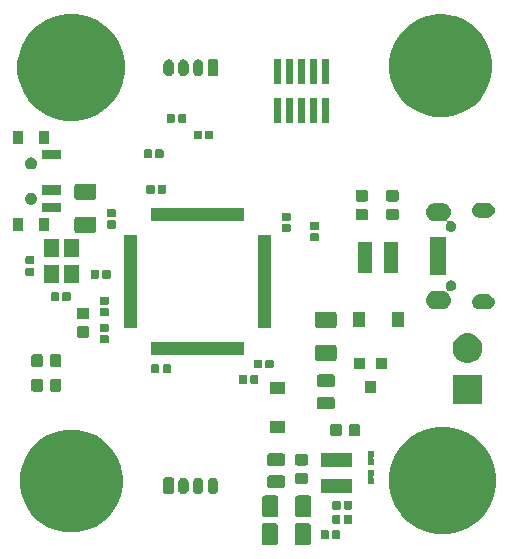
<source format=gbr>
G04 #@! TF.GenerationSoftware,KiCad,Pcbnew,(5.0.1)-4*
G04 #@! TF.CreationDate,2022-09-04T20:15:09+05:45*
G04 #@! TF.ProjectId,STM32_wiith_Buck_Converter,53544D33325F77696974685F4275636B,rev?*
G04 #@! TF.SameCoordinates,Original*
G04 #@! TF.FileFunction,Soldermask,Top*
G04 #@! TF.FilePolarity,Negative*
%FSLAX46Y46*%
G04 Gerber Fmt 4.6, Leading zero omitted, Abs format (unit mm)*
G04 Created by KiCad (PCBNEW (5.0.1)-4) date 04-Sep-22 8:15:09 PM*
%MOMM*%
%LPD*%
G01*
G04 APERTURE LIST*
%ADD10C,0.100000*%
G04 APERTURE END LIST*
D10*
G36*
X133118604Y-90578347D02*
X133155145Y-90589432D01*
X133188820Y-90607431D01*
X133218341Y-90631659D01*
X133242569Y-90661180D01*
X133260568Y-90694855D01*
X133271653Y-90731396D01*
X133276000Y-90775538D01*
X133276000Y-92224462D01*
X133271653Y-92268604D01*
X133260568Y-92305145D01*
X133242569Y-92338820D01*
X133218341Y-92368341D01*
X133188820Y-92392569D01*
X133155145Y-92410568D01*
X133118604Y-92421653D01*
X133074462Y-92426000D01*
X132125538Y-92426000D01*
X132081396Y-92421653D01*
X132044855Y-92410568D01*
X132011180Y-92392569D01*
X131981659Y-92368341D01*
X131957431Y-92338820D01*
X131939432Y-92305145D01*
X131928347Y-92268604D01*
X131924000Y-92224462D01*
X131924000Y-90775538D01*
X131928347Y-90731396D01*
X131939432Y-90694855D01*
X131957431Y-90661180D01*
X131981659Y-90631659D01*
X132011180Y-90607431D01*
X132044855Y-90589432D01*
X132081396Y-90578347D01*
X132125538Y-90574000D01*
X133074462Y-90574000D01*
X133118604Y-90578347D01*
X133118604Y-90578347D01*
G37*
G36*
X130318604Y-90578347D02*
X130355145Y-90589432D01*
X130388820Y-90607431D01*
X130418341Y-90631659D01*
X130442569Y-90661180D01*
X130460568Y-90694855D01*
X130471653Y-90731396D01*
X130476000Y-90775538D01*
X130476000Y-92224462D01*
X130471653Y-92268604D01*
X130460568Y-92305145D01*
X130442569Y-92338820D01*
X130418341Y-92368341D01*
X130388820Y-92392569D01*
X130355145Y-92410568D01*
X130318604Y-92421653D01*
X130274462Y-92426000D01*
X129325538Y-92426000D01*
X129281396Y-92421653D01*
X129244855Y-92410568D01*
X129211180Y-92392569D01*
X129181659Y-92368341D01*
X129157431Y-92338820D01*
X129139432Y-92305145D01*
X129128347Y-92268604D01*
X129124000Y-92224462D01*
X129124000Y-90775538D01*
X129128347Y-90731396D01*
X129139432Y-90694855D01*
X129157431Y-90661180D01*
X129181659Y-90631659D01*
X129211180Y-90607431D01*
X129244855Y-90589432D01*
X129281396Y-90578347D01*
X129325538Y-90574000D01*
X130274462Y-90574000D01*
X130318604Y-90578347D01*
X130318604Y-90578347D01*
G37*
G36*
X135691938Y-91181716D02*
X135712556Y-91187970D01*
X135731556Y-91198126D01*
X135748208Y-91211792D01*
X135761874Y-91228444D01*
X135772030Y-91247444D01*
X135778284Y-91268062D01*
X135781000Y-91295640D01*
X135781000Y-91804360D01*
X135778284Y-91831938D01*
X135772030Y-91852556D01*
X135761874Y-91871556D01*
X135748208Y-91888208D01*
X135731556Y-91901874D01*
X135712556Y-91912030D01*
X135691938Y-91918284D01*
X135664360Y-91921000D01*
X135205640Y-91921000D01*
X135178062Y-91918284D01*
X135157444Y-91912030D01*
X135138444Y-91901874D01*
X135121792Y-91888208D01*
X135108126Y-91871556D01*
X135097970Y-91852556D01*
X135091716Y-91831938D01*
X135089000Y-91804360D01*
X135089000Y-91295640D01*
X135091716Y-91268062D01*
X135097970Y-91247444D01*
X135108126Y-91228444D01*
X135121792Y-91211792D01*
X135138444Y-91198126D01*
X135157444Y-91187970D01*
X135178062Y-91181716D01*
X135205640Y-91179000D01*
X135664360Y-91179000D01*
X135691938Y-91181716D01*
X135691938Y-91181716D01*
G37*
G36*
X134721938Y-91181716D02*
X134742556Y-91187970D01*
X134761556Y-91198126D01*
X134778208Y-91211792D01*
X134791874Y-91228444D01*
X134802030Y-91247444D01*
X134808284Y-91268062D01*
X134811000Y-91295640D01*
X134811000Y-91804360D01*
X134808284Y-91831938D01*
X134802030Y-91852556D01*
X134791874Y-91871556D01*
X134778208Y-91888208D01*
X134761556Y-91901874D01*
X134742556Y-91912030D01*
X134721938Y-91918284D01*
X134694360Y-91921000D01*
X134235640Y-91921000D01*
X134208062Y-91918284D01*
X134187444Y-91912030D01*
X134168444Y-91901874D01*
X134151792Y-91888208D01*
X134138126Y-91871556D01*
X134127970Y-91852556D01*
X134121716Y-91831938D01*
X134119000Y-91804360D01*
X134119000Y-91295640D01*
X134121716Y-91268062D01*
X134127970Y-91247444D01*
X134138126Y-91228444D01*
X134151792Y-91211792D01*
X134168444Y-91198126D01*
X134187444Y-91187970D01*
X134208062Y-91181716D01*
X134235640Y-91179000D01*
X134694360Y-91179000D01*
X134721938Y-91181716D01*
X134721938Y-91181716D01*
G37*
G36*
X145777475Y-82573892D02*
X145777477Y-82573893D01*
X145777478Y-82573893D01*
X146605707Y-82916956D01*
X147307452Y-83385848D01*
X147351096Y-83415010D01*
X147984990Y-84048904D01*
X147984992Y-84048907D01*
X148483044Y-84794293D01*
X148825592Y-85621279D01*
X148826108Y-85622525D01*
X149001000Y-86501764D01*
X149001000Y-87398236D01*
X148832651Y-88244583D01*
X148826107Y-88277478D01*
X148483044Y-89105707D01*
X148006949Y-89818232D01*
X147984990Y-89851096D01*
X147351096Y-90484990D01*
X147351093Y-90484992D01*
X146605707Y-90983044D01*
X145777478Y-91326107D01*
X145777477Y-91326107D01*
X145777475Y-91326108D01*
X144898236Y-91501000D01*
X144001764Y-91501000D01*
X143122525Y-91326108D01*
X143122523Y-91326107D01*
X143122522Y-91326107D01*
X142294293Y-90983044D01*
X141548907Y-90484992D01*
X141548904Y-90484990D01*
X140915010Y-89851096D01*
X140893051Y-89818232D01*
X140416956Y-89105707D01*
X140073893Y-88277478D01*
X140067350Y-88244583D01*
X139899000Y-87398236D01*
X139899000Y-86501764D01*
X140073892Y-85622525D01*
X140074408Y-85621279D01*
X140416956Y-84794293D01*
X140915008Y-84048907D01*
X140915010Y-84048904D01*
X141548904Y-83415010D01*
X141592548Y-83385848D01*
X142294293Y-82916956D01*
X143122522Y-82573893D01*
X143122523Y-82573893D01*
X143122525Y-82573892D01*
X144001764Y-82399000D01*
X144898236Y-82399000D01*
X145777475Y-82573892D01*
X145777475Y-82573892D01*
G37*
G36*
X113548156Y-82672794D02*
X114269140Y-82816206D01*
X115060972Y-83144193D01*
X115773601Y-83620357D01*
X116379643Y-84226399D01*
X116855807Y-84939028D01*
X117183794Y-85730860D01*
X117325926Y-86445409D01*
X117348889Y-86560848D01*
X117351000Y-86571464D01*
X117351000Y-87428536D01*
X117183794Y-88269140D01*
X116855807Y-89060972D01*
X116379643Y-89773601D01*
X115773601Y-90379643D01*
X115060972Y-90855807D01*
X114269140Y-91183794D01*
X113593187Y-91318249D01*
X113428537Y-91351000D01*
X112571463Y-91351000D01*
X112406813Y-91318249D01*
X111730860Y-91183794D01*
X110939028Y-90855807D01*
X110226399Y-90379643D01*
X109620357Y-89773601D01*
X109144193Y-89060972D01*
X108816206Y-88269140D01*
X108649000Y-87428536D01*
X108649000Y-86571464D01*
X108651112Y-86560848D01*
X108674074Y-86445409D01*
X108816206Y-85730860D01*
X109144193Y-84939028D01*
X109620357Y-84226399D01*
X110226399Y-83620357D01*
X110939028Y-83144193D01*
X111730860Y-82816206D01*
X112451844Y-82672794D01*
X112571463Y-82649000D01*
X113428537Y-82649000D01*
X113548156Y-82672794D01*
X113548156Y-82672794D01*
G37*
G36*
X135706938Y-89881716D02*
X135727556Y-89887970D01*
X135746556Y-89898126D01*
X135763208Y-89911792D01*
X135776874Y-89928444D01*
X135787030Y-89947444D01*
X135793284Y-89968062D01*
X135796000Y-89995640D01*
X135796000Y-90504360D01*
X135793284Y-90531938D01*
X135787030Y-90552556D01*
X135776874Y-90571556D01*
X135763208Y-90588208D01*
X135746556Y-90601874D01*
X135727556Y-90612030D01*
X135706938Y-90618284D01*
X135679360Y-90621000D01*
X135220640Y-90621000D01*
X135193062Y-90618284D01*
X135172444Y-90612030D01*
X135153444Y-90601874D01*
X135136792Y-90588208D01*
X135123126Y-90571556D01*
X135112970Y-90552556D01*
X135106716Y-90531938D01*
X135104000Y-90504360D01*
X135104000Y-89995640D01*
X135106716Y-89968062D01*
X135112970Y-89947444D01*
X135123126Y-89928444D01*
X135136792Y-89911792D01*
X135153444Y-89898126D01*
X135172444Y-89887970D01*
X135193062Y-89881716D01*
X135220640Y-89879000D01*
X135679360Y-89879000D01*
X135706938Y-89881716D01*
X135706938Y-89881716D01*
G37*
G36*
X136676938Y-89881716D02*
X136697556Y-89887970D01*
X136716556Y-89898126D01*
X136733208Y-89911792D01*
X136746874Y-89928444D01*
X136757030Y-89947444D01*
X136763284Y-89968062D01*
X136766000Y-89995640D01*
X136766000Y-90504360D01*
X136763284Y-90531938D01*
X136757030Y-90552556D01*
X136746874Y-90571556D01*
X136733208Y-90588208D01*
X136716556Y-90601874D01*
X136697556Y-90612030D01*
X136676938Y-90618284D01*
X136649360Y-90621000D01*
X136190640Y-90621000D01*
X136163062Y-90618284D01*
X136142444Y-90612030D01*
X136123444Y-90601874D01*
X136106792Y-90588208D01*
X136093126Y-90571556D01*
X136082970Y-90552556D01*
X136076716Y-90531938D01*
X136074000Y-90504360D01*
X136074000Y-89995640D01*
X136076716Y-89968062D01*
X136082970Y-89947444D01*
X136093126Y-89928444D01*
X136106792Y-89911792D01*
X136123444Y-89898126D01*
X136142444Y-89887970D01*
X136163062Y-89881716D01*
X136190640Y-89879000D01*
X136649360Y-89879000D01*
X136676938Y-89881716D01*
X136676938Y-89881716D01*
G37*
G36*
X130368604Y-88228347D02*
X130405145Y-88239432D01*
X130438820Y-88257431D01*
X130468341Y-88281659D01*
X130492569Y-88311180D01*
X130510568Y-88344855D01*
X130521653Y-88381396D01*
X130526000Y-88425538D01*
X130526000Y-89874462D01*
X130521653Y-89918604D01*
X130510568Y-89955145D01*
X130492569Y-89988820D01*
X130468341Y-90018341D01*
X130438820Y-90042569D01*
X130405145Y-90060568D01*
X130368604Y-90071653D01*
X130324462Y-90076000D01*
X129375538Y-90076000D01*
X129331396Y-90071653D01*
X129294855Y-90060568D01*
X129261180Y-90042569D01*
X129231659Y-90018341D01*
X129207431Y-89988820D01*
X129189432Y-89955145D01*
X129178347Y-89918604D01*
X129174000Y-89874462D01*
X129174000Y-88425538D01*
X129178347Y-88381396D01*
X129189432Y-88344855D01*
X129207431Y-88311180D01*
X129231659Y-88281659D01*
X129261180Y-88257431D01*
X129294855Y-88239432D01*
X129331396Y-88228347D01*
X129375538Y-88224000D01*
X130324462Y-88224000D01*
X130368604Y-88228347D01*
X130368604Y-88228347D01*
G37*
G36*
X133168604Y-88228347D02*
X133205145Y-88239432D01*
X133238820Y-88257431D01*
X133268341Y-88281659D01*
X133292569Y-88311180D01*
X133310568Y-88344855D01*
X133321653Y-88381396D01*
X133326000Y-88425538D01*
X133326000Y-89874462D01*
X133321653Y-89918604D01*
X133310568Y-89955145D01*
X133292569Y-89988820D01*
X133268341Y-90018341D01*
X133238820Y-90042569D01*
X133205145Y-90060568D01*
X133168604Y-90071653D01*
X133124462Y-90076000D01*
X132175538Y-90076000D01*
X132131396Y-90071653D01*
X132094855Y-90060568D01*
X132061180Y-90042569D01*
X132031659Y-90018341D01*
X132007431Y-89988820D01*
X131989432Y-89955145D01*
X131978347Y-89918604D01*
X131974000Y-89874462D01*
X131974000Y-88425538D01*
X131978347Y-88381396D01*
X131989432Y-88344855D01*
X132007431Y-88311180D01*
X132031659Y-88281659D01*
X132061180Y-88257431D01*
X132094855Y-88239432D01*
X132131396Y-88228347D01*
X132175538Y-88224000D01*
X133124462Y-88224000D01*
X133168604Y-88228347D01*
X133168604Y-88228347D01*
G37*
G36*
X136691938Y-88681716D02*
X136712556Y-88687970D01*
X136731556Y-88698126D01*
X136748208Y-88711792D01*
X136761874Y-88728444D01*
X136772030Y-88747444D01*
X136778284Y-88768062D01*
X136781000Y-88795640D01*
X136781000Y-89304360D01*
X136778284Y-89331938D01*
X136772030Y-89352556D01*
X136761874Y-89371556D01*
X136748208Y-89388208D01*
X136731556Y-89401874D01*
X136712556Y-89412030D01*
X136691938Y-89418284D01*
X136664360Y-89421000D01*
X136205640Y-89421000D01*
X136178062Y-89418284D01*
X136157444Y-89412030D01*
X136138444Y-89401874D01*
X136121792Y-89388208D01*
X136108126Y-89371556D01*
X136097970Y-89352556D01*
X136091716Y-89331938D01*
X136089000Y-89304360D01*
X136089000Y-88795640D01*
X136091716Y-88768062D01*
X136097970Y-88747444D01*
X136108126Y-88728444D01*
X136121792Y-88711792D01*
X136138444Y-88698126D01*
X136157444Y-88687970D01*
X136178062Y-88681716D01*
X136205640Y-88679000D01*
X136664360Y-88679000D01*
X136691938Y-88681716D01*
X136691938Y-88681716D01*
G37*
G36*
X135721938Y-88681716D02*
X135742556Y-88687970D01*
X135761556Y-88698126D01*
X135778208Y-88711792D01*
X135791874Y-88728444D01*
X135802030Y-88747444D01*
X135808284Y-88768062D01*
X135811000Y-88795640D01*
X135811000Y-89304360D01*
X135808284Y-89331938D01*
X135802030Y-89352556D01*
X135791874Y-89371556D01*
X135778208Y-89388208D01*
X135761556Y-89401874D01*
X135742556Y-89412030D01*
X135721938Y-89418284D01*
X135694360Y-89421000D01*
X135235640Y-89421000D01*
X135208062Y-89418284D01*
X135187444Y-89412030D01*
X135168444Y-89401874D01*
X135151792Y-89388208D01*
X135138126Y-89371556D01*
X135127970Y-89352556D01*
X135121716Y-89331938D01*
X135119000Y-89304360D01*
X135119000Y-88795640D01*
X135121716Y-88768062D01*
X135127970Y-88747444D01*
X135138126Y-88728444D01*
X135151792Y-88711792D01*
X135168444Y-88698126D01*
X135187444Y-88687970D01*
X135208062Y-88681716D01*
X135235640Y-88679000D01*
X135694360Y-88679000D01*
X135721938Y-88681716D01*
X135721938Y-88681716D01*
G37*
G36*
X122588412Y-86705525D02*
X122655108Y-86725758D01*
X122673424Y-86731314D01*
X122736533Y-86765047D01*
X122751777Y-86773195D01*
X122802107Y-86814500D01*
X122820448Y-86829552D01*
X122876807Y-86898226D01*
X122918686Y-86976575D01*
X122921710Y-86986544D01*
X122944475Y-87061587D01*
X122951000Y-87127842D01*
X122951000Y-87672158D01*
X122944475Y-87738413D01*
X122921710Y-87813456D01*
X122918686Y-87823425D01*
X122876807Y-87901774D01*
X122820448Y-87970448D01*
X122751774Y-88026807D01*
X122673425Y-88068686D01*
X122663456Y-88071710D01*
X122588413Y-88094475D01*
X122500000Y-88103182D01*
X122411588Y-88094475D01*
X122336545Y-88071710D01*
X122326576Y-88068686D01*
X122248227Y-88026807D01*
X122179553Y-87970448D01*
X122147885Y-87931860D01*
X122123193Y-87901773D01*
X122081313Y-87823423D01*
X122055525Y-87738413D01*
X122049000Y-87672158D01*
X122049000Y-87127843D01*
X122055525Y-87061588D01*
X122081313Y-86976580D01*
X122081314Y-86976576D01*
X122123193Y-86898227D01*
X122123195Y-86898223D01*
X122179550Y-86829554D01*
X122179555Y-86829550D01*
X122248226Y-86773193D01*
X122326575Y-86731314D01*
X122344891Y-86725758D01*
X122411587Y-86705525D01*
X122500000Y-86696818D01*
X122588412Y-86705525D01*
X122588412Y-86705525D01*
G37*
G36*
X123838412Y-86705525D02*
X123905108Y-86725758D01*
X123923424Y-86731314D01*
X123986533Y-86765047D01*
X124001777Y-86773195D01*
X124052107Y-86814500D01*
X124070448Y-86829552D01*
X124126807Y-86898226D01*
X124168686Y-86976575D01*
X124171710Y-86986544D01*
X124194475Y-87061587D01*
X124201000Y-87127842D01*
X124201000Y-87672158D01*
X124194475Y-87738413D01*
X124171710Y-87813456D01*
X124168686Y-87823425D01*
X124126807Y-87901774D01*
X124070448Y-87970448D01*
X124001774Y-88026807D01*
X123923425Y-88068686D01*
X123913456Y-88071710D01*
X123838413Y-88094475D01*
X123750000Y-88103182D01*
X123661588Y-88094475D01*
X123586545Y-88071710D01*
X123576576Y-88068686D01*
X123498227Y-88026807D01*
X123429553Y-87970448D01*
X123397885Y-87931860D01*
X123373193Y-87901773D01*
X123331313Y-87823423D01*
X123305525Y-87738413D01*
X123299000Y-87672158D01*
X123299000Y-87127843D01*
X123305525Y-87061588D01*
X123331313Y-86976580D01*
X123331314Y-86976576D01*
X123373193Y-86898227D01*
X123373195Y-86898223D01*
X123429550Y-86829554D01*
X123429555Y-86829550D01*
X123498226Y-86773193D01*
X123576575Y-86731314D01*
X123594891Y-86725758D01*
X123661587Y-86705525D01*
X123750000Y-86696818D01*
X123838412Y-86705525D01*
X123838412Y-86705525D01*
G37*
G36*
X125088412Y-86705525D02*
X125155108Y-86725758D01*
X125173424Y-86731314D01*
X125236533Y-86765047D01*
X125251777Y-86773195D01*
X125302107Y-86814500D01*
X125320448Y-86829552D01*
X125376807Y-86898226D01*
X125418686Y-86976575D01*
X125421710Y-86986544D01*
X125444475Y-87061587D01*
X125451000Y-87127842D01*
X125451000Y-87672158D01*
X125444475Y-87738413D01*
X125421710Y-87813456D01*
X125418686Y-87823425D01*
X125376807Y-87901774D01*
X125320448Y-87970448D01*
X125251774Y-88026807D01*
X125173425Y-88068686D01*
X125163456Y-88071710D01*
X125088413Y-88094475D01*
X125000000Y-88103182D01*
X124911588Y-88094475D01*
X124836545Y-88071710D01*
X124826576Y-88068686D01*
X124748227Y-88026807D01*
X124679553Y-87970448D01*
X124647885Y-87931860D01*
X124623193Y-87901773D01*
X124581313Y-87823423D01*
X124555525Y-87738413D01*
X124549000Y-87672158D01*
X124549000Y-87127843D01*
X124555525Y-87061588D01*
X124581313Y-86976580D01*
X124581314Y-86976576D01*
X124623193Y-86898227D01*
X124623195Y-86898223D01*
X124679550Y-86829554D01*
X124679555Y-86829550D01*
X124748226Y-86773193D01*
X124826575Y-86731314D01*
X124844891Y-86725758D01*
X124911587Y-86705525D01*
X125000000Y-86696818D01*
X125088412Y-86705525D01*
X125088412Y-86705525D01*
G37*
G36*
X121569683Y-86702725D02*
X121600144Y-86711966D01*
X121628223Y-86726975D01*
X121652831Y-86747169D01*
X121673025Y-86771777D01*
X121688034Y-86799856D01*
X121697275Y-86830317D01*
X121701000Y-86868140D01*
X121701000Y-87931860D01*
X121697275Y-87969683D01*
X121688034Y-88000144D01*
X121673025Y-88028223D01*
X121652831Y-88052831D01*
X121628223Y-88073025D01*
X121600144Y-88088034D01*
X121569683Y-88097275D01*
X121531860Y-88101000D01*
X120968140Y-88101000D01*
X120930317Y-88097275D01*
X120899856Y-88088034D01*
X120871777Y-88073025D01*
X120847169Y-88052831D01*
X120826975Y-88028223D01*
X120811966Y-88000144D01*
X120802725Y-87969683D01*
X120799000Y-87931860D01*
X120799000Y-86868140D01*
X120802725Y-86830317D01*
X120811966Y-86799856D01*
X120826975Y-86771777D01*
X120847169Y-86747169D01*
X120871777Y-86726975D01*
X120899856Y-86711966D01*
X120930317Y-86702725D01*
X120968140Y-86699000D01*
X121531860Y-86699000D01*
X121569683Y-86702725D01*
X121569683Y-86702725D01*
G37*
G36*
X136776000Y-88031000D02*
X134124000Y-88031000D01*
X134124000Y-86869000D01*
X136776000Y-86869000D01*
X136776000Y-88031000D01*
X136776000Y-88031000D01*
G37*
G36*
X130934466Y-86516065D02*
X130973137Y-86527796D01*
X131008779Y-86546848D01*
X131040017Y-86572483D01*
X131065652Y-86603721D01*
X131084704Y-86639363D01*
X131096435Y-86678034D01*
X131101000Y-86724388D01*
X131101000Y-87375612D01*
X131096435Y-87421966D01*
X131084704Y-87460637D01*
X131065652Y-87496279D01*
X131040017Y-87527517D01*
X131008779Y-87553152D01*
X130973137Y-87572204D01*
X130934466Y-87583935D01*
X130888112Y-87588500D01*
X129811888Y-87588500D01*
X129765534Y-87583935D01*
X129726863Y-87572204D01*
X129691221Y-87553152D01*
X129659983Y-87527517D01*
X129634348Y-87496279D01*
X129615296Y-87460637D01*
X129603565Y-87421966D01*
X129599000Y-87375612D01*
X129599000Y-86724388D01*
X129603565Y-86678034D01*
X129615296Y-86639363D01*
X129634348Y-86603721D01*
X129659983Y-86572483D01*
X129691221Y-86546848D01*
X129726863Y-86527796D01*
X129765534Y-86516065D01*
X129811888Y-86511500D01*
X130888112Y-86511500D01*
X130934466Y-86516065D01*
X130934466Y-86516065D01*
G37*
G36*
X132879591Y-86303085D02*
X132913569Y-86313393D01*
X132944887Y-86330133D01*
X132972339Y-86352661D01*
X132994867Y-86380113D01*
X133011607Y-86411431D01*
X133021915Y-86445409D01*
X133026000Y-86486890D01*
X133026000Y-87088110D01*
X133021915Y-87129591D01*
X133011607Y-87163569D01*
X132994867Y-87194887D01*
X132972339Y-87222339D01*
X132944887Y-87244867D01*
X132913569Y-87261607D01*
X132879591Y-87271915D01*
X132838110Y-87276000D01*
X132161890Y-87276000D01*
X132120409Y-87271915D01*
X132086431Y-87261607D01*
X132055113Y-87244867D01*
X132027661Y-87222339D01*
X132005133Y-87194887D01*
X131988393Y-87163569D01*
X131978085Y-87129591D01*
X131974000Y-87088110D01*
X131974000Y-86486890D01*
X131978085Y-86445409D01*
X131988393Y-86411431D01*
X132005133Y-86380113D01*
X132027661Y-86352661D01*
X132055113Y-86330133D01*
X132086431Y-86313393D01*
X132120409Y-86303085D01*
X132161890Y-86299000D01*
X132838110Y-86299000D01*
X132879591Y-86303085D01*
X132879591Y-86303085D01*
G37*
G36*
X138550170Y-86050803D02*
X138561879Y-86054355D01*
X138572662Y-86060119D01*
X138582120Y-86067880D01*
X138589881Y-86077338D01*
X138595645Y-86088121D01*
X138599197Y-86099830D01*
X138601000Y-86118138D01*
X138601000Y-86541862D01*
X138599197Y-86560170D01*
X138595646Y-86571875D01*
X138585383Y-86591076D01*
X138576006Y-86613715D01*
X138571226Y-86637749D01*
X138571226Y-86662253D01*
X138576007Y-86686286D01*
X138585383Y-86708924D01*
X138595646Y-86728125D01*
X138599197Y-86739830D01*
X138601000Y-86758138D01*
X138601000Y-87181862D01*
X138599197Y-87200170D01*
X138595645Y-87211879D01*
X138589881Y-87222662D01*
X138582120Y-87232120D01*
X138572662Y-87239881D01*
X138561879Y-87245645D01*
X138550170Y-87249197D01*
X138531862Y-87251000D01*
X138168138Y-87251000D01*
X138149830Y-87249197D01*
X138138121Y-87245645D01*
X138127338Y-87239881D01*
X138117880Y-87232120D01*
X138110119Y-87222662D01*
X138104355Y-87211879D01*
X138100803Y-87200170D01*
X138099000Y-87181862D01*
X138099000Y-86758138D01*
X138100803Y-86739830D01*
X138104354Y-86728125D01*
X138114617Y-86708924D01*
X138123994Y-86686285D01*
X138128774Y-86662251D01*
X138128774Y-86637747D01*
X138123993Y-86613714D01*
X138114617Y-86591076D01*
X138104354Y-86571875D01*
X138100803Y-86560170D01*
X138099000Y-86541862D01*
X138099000Y-86118138D01*
X138100803Y-86099830D01*
X138104355Y-86088121D01*
X138110119Y-86077338D01*
X138117880Y-86067880D01*
X138127338Y-86060119D01*
X138138121Y-86054355D01*
X138149830Y-86050803D01*
X138168138Y-86049000D01*
X138531862Y-86049000D01*
X138550170Y-86050803D01*
X138550170Y-86050803D01*
G37*
G36*
X136776000Y-85831000D02*
X134124000Y-85831000D01*
X134124000Y-84669000D01*
X136776000Y-84669000D01*
X136776000Y-85831000D01*
X136776000Y-85831000D01*
G37*
G36*
X130934466Y-84641065D02*
X130973137Y-84652796D01*
X131008779Y-84671848D01*
X131040017Y-84697483D01*
X131065652Y-84728721D01*
X131084704Y-84764363D01*
X131096435Y-84803034D01*
X131101000Y-84849388D01*
X131101000Y-85500612D01*
X131096435Y-85546966D01*
X131084704Y-85585637D01*
X131065652Y-85621279D01*
X131040017Y-85652517D01*
X131008779Y-85678152D01*
X130973137Y-85697204D01*
X130934466Y-85708935D01*
X130888112Y-85713500D01*
X129811888Y-85713500D01*
X129765534Y-85708935D01*
X129726863Y-85697204D01*
X129691221Y-85678152D01*
X129659983Y-85652517D01*
X129634348Y-85621279D01*
X129615296Y-85585637D01*
X129603565Y-85546966D01*
X129599000Y-85500612D01*
X129599000Y-84849388D01*
X129603565Y-84803034D01*
X129615296Y-84764363D01*
X129634348Y-84728721D01*
X129659983Y-84697483D01*
X129691221Y-84671848D01*
X129726863Y-84652796D01*
X129765534Y-84641065D01*
X129811888Y-84636500D01*
X130888112Y-84636500D01*
X130934466Y-84641065D01*
X130934466Y-84641065D01*
G37*
G36*
X132879591Y-84728085D02*
X132913569Y-84738393D01*
X132944887Y-84755133D01*
X132972339Y-84777661D01*
X132994867Y-84805113D01*
X133011607Y-84836431D01*
X133021915Y-84870409D01*
X133026000Y-84911890D01*
X133026000Y-85513110D01*
X133021915Y-85554591D01*
X133011607Y-85588569D01*
X132994867Y-85619887D01*
X132972339Y-85647339D01*
X132944887Y-85669867D01*
X132913569Y-85686607D01*
X132879591Y-85696915D01*
X132838110Y-85701000D01*
X132161890Y-85701000D01*
X132120409Y-85696915D01*
X132086431Y-85686607D01*
X132055113Y-85669867D01*
X132027661Y-85647339D01*
X132005133Y-85619887D01*
X131988393Y-85588569D01*
X131978085Y-85554591D01*
X131974000Y-85513110D01*
X131974000Y-84911890D01*
X131978085Y-84870409D01*
X131988393Y-84836431D01*
X132005133Y-84805113D01*
X132027661Y-84777661D01*
X132055113Y-84755133D01*
X132086431Y-84738393D01*
X132120409Y-84728085D01*
X132161890Y-84724000D01*
X132838110Y-84724000D01*
X132879591Y-84728085D01*
X132879591Y-84728085D01*
G37*
G36*
X138550170Y-84450803D02*
X138561879Y-84454355D01*
X138572662Y-84460119D01*
X138582120Y-84467880D01*
X138589881Y-84477338D01*
X138595645Y-84488121D01*
X138599197Y-84499830D01*
X138601000Y-84518138D01*
X138601000Y-84941862D01*
X138599197Y-84960170D01*
X138595646Y-84971875D01*
X138585383Y-84991076D01*
X138576006Y-85013715D01*
X138571226Y-85037749D01*
X138571226Y-85062253D01*
X138576007Y-85086286D01*
X138585383Y-85108924D01*
X138595646Y-85128125D01*
X138599197Y-85139830D01*
X138601000Y-85158138D01*
X138601000Y-85581862D01*
X138599197Y-85600170D01*
X138595645Y-85611879D01*
X138589881Y-85622662D01*
X138582120Y-85632120D01*
X138572662Y-85639881D01*
X138561879Y-85645645D01*
X138550170Y-85649197D01*
X138531862Y-85651000D01*
X138168138Y-85651000D01*
X138149830Y-85649197D01*
X138138121Y-85645645D01*
X138127338Y-85639881D01*
X138117880Y-85632120D01*
X138110119Y-85622662D01*
X138104355Y-85611879D01*
X138100803Y-85600170D01*
X138099000Y-85581862D01*
X138099000Y-85158138D01*
X138100803Y-85139830D01*
X138104354Y-85128125D01*
X138114617Y-85108924D01*
X138123994Y-85086285D01*
X138128774Y-85062251D01*
X138128774Y-85037747D01*
X138123993Y-85013714D01*
X138114617Y-84991076D01*
X138104354Y-84971875D01*
X138100803Y-84960170D01*
X138099000Y-84941862D01*
X138099000Y-84518138D01*
X138100803Y-84499830D01*
X138104355Y-84488121D01*
X138110119Y-84477338D01*
X138117880Y-84467880D01*
X138127338Y-84460119D01*
X138138121Y-84454355D01*
X138149830Y-84450803D01*
X138168138Y-84449000D01*
X138531862Y-84449000D01*
X138550170Y-84450803D01*
X138550170Y-84450803D01*
G37*
G36*
X137342091Y-82178085D02*
X137376069Y-82188393D01*
X137407387Y-82205133D01*
X137434839Y-82227661D01*
X137457367Y-82255113D01*
X137474107Y-82286431D01*
X137484415Y-82320409D01*
X137488500Y-82361890D01*
X137488500Y-83038110D01*
X137484415Y-83079591D01*
X137474107Y-83113569D01*
X137457367Y-83144887D01*
X137434839Y-83172339D01*
X137407387Y-83194867D01*
X137376069Y-83211607D01*
X137342091Y-83221915D01*
X137300610Y-83226000D01*
X136699390Y-83226000D01*
X136657909Y-83221915D01*
X136623931Y-83211607D01*
X136592613Y-83194867D01*
X136565161Y-83172339D01*
X136542633Y-83144887D01*
X136525893Y-83113569D01*
X136515585Y-83079591D01*
X136511500Y-83038110D01*
X136511500Y-82361890D01*
X136515585Y-82320409D01*
X136525893Y-82286431D01*
X136542633Y-82255113D01*
X136565161Y-82227661D01*
X136592613Y-82205133D01*
X136623931Y-82188393D01*
X136657909Y-82178085D01*
X136699390Y-82174000D01*
X137300610Y-82174000D01*
X137342091Y-82178085D01*
X137342091Y-82178085D01*
G37*
G36*
X135767091Y-82178085D02*
X135801069Y-82188393D01*
X135832387Y-82205133D01*
X135859839Y-82227661D01*
X135882367Y-82255113D01*
X135899107Y-82286431D01*
X135909415Y-82320409D01*
X135913500Y-82361890D01*
X135913500Y-83038110D01*
X135909415Y-83079591D01*
X135899107Y-83113569D01*
X135882367Y-83144887D01*
X135859839Y-83172339D01*
X135832387Y-83194867D01*
X135801069Y-83211607D01*
X135767091Y-83221915D01*
X135725610Y-83226000D01*
X135124390Y-83226000D01*
X135082909Y-83221915D01*
X135048931Y-83211607D01*
X135017613Y-83194867D01*
X134990161Y-83172339D01*
X134967633Y-83144887D01*
X134950893Y-83113569D01*
X134940585Y-83079591D01*
X134936500Y-83038110D01*
X134936500Y-82361890D01*
X134940585Y-82320409D01*
X134950893Y-82286431D01*
X134967633Y-82255113D01*
X134990161Y-82227661D01*
X135017613Y-82205133D01*
X135048931Y-82188393D01*
X135082909Y-82178085D01*
X135124390Y-82174000D01*
X135725610Y-82174000D01*
X135767091Y-82178085D01*
X135767091Y-82178085D01*
G37*
G36*
X131101000Y-82901000D02*
X129799000Y-82901000D01*
X129799000Y-81899000D01*
X131101000Y-81899000D01*
X131101000Y-82901000D01*
X131101000Y-82901000D01*
G37*
G36*
X135134466Y-79853565D02*
X135173137Y-79865296D01*
X135208779Y-79884348D01*
X135240017Y-79909983D01*
X135265652Y-79941221D01*
X135284704Y-79976863D01*
X135296435Y-80015534D01*
X135301000Y-80061888D01*
X135301000Y-80713112D01*
X135296435Y-80759466D01*
X135284704Y-80798137D01*
X135265652Y-80833779D01*
X135240017Y-80865017D01*
X135208779Y-80890652D01*
X135173137Y-80909704D01*
X135134466Y-80921435D01*
X135088112Y-80926000D01*
X134011888Y-80926000D01*
X133965534Y-80921435D01*
X133926863Y-80909704D01*
X133891221Y-80890652D01*
X133859983Y-80865017D01*
X133834348Y-80833779D01*
X133815296Y-80798137D01*
X133803565Y-80759466D01*
X133799000Y-80713112D01*
X133799000Y-80061888D01*
X133803565Y-80015534D01*
X133815296Y-79976863D01*
X133834348Y-79941221D01*
X133859983Y-79909983D01*
X133891221Y-79884348D01*
X133926863Y-79865296D01*
X133965534Y-79853565D01*
X134011888Y-79849000D01*
X135088112Y-79849000D01*
X135134466Y-79853565D01*
X135134466Y-79853565D01*
G37*
G36*
X147801000Y-80501000D02*
X145299000Y-80501000D01*
X145299000Y-77999000D01*
X147801000Y-77999000D01*
X147801000Y-80501000D01*
X147801000Y-80501000D01*
G37*
G36*
X131101000Y-79601000D02*
X129799000Y-79601000D01*
X129799000Y-78599000D01*
X131101000Y-78599000D01*
X131101000Y-79601000D01*
X131101000Y-79601000D01*
G37*
G36*
X138801000Y-79551000D02*
X137899000Y-79551000D01*
X137899000Y-78549000D01*
X138801000Y-78549000D01*
X138801000Y-79551000D01*
X138801000Y-79551000D01*
G37*
G36*
X112029591Y-78378085D02*
X112063569Y-78388393D01*
X112094887Y-78405133D01*
X112122339Y-78427661D01*
X112144867Y-78455113D01*
X112161607Y-78486431D01*
X112171915Y-78520409D01*
X112176000Y-78561890D01*
X112176000Y-79238110D01*
X112171915Y-79279591D01*
X112161607Y-79313569D01*
X112144867Y-79344887D01*
X112122339Y-79372339D01*
X112094887Y-79394867D01*
X112063569Y-79411607D01*
X112029591Y-79421915D01*
X111988110Y-79426000D01*
X111386890Y-79426000D01*
X111345409Y-79421915D01*
X111311431Y-79411607D01*
X111280113Y-79394867D01*
X111252661Y-79372339D01*
X111230133Y-79344887D01*
X111213393Y-79313569D01*
X111203085Y-79279591D01*
X111199000Y-79238110D01*
X111199000Y-78561890D01*
X111203085Y-78520409D01*
X111213393Y-78486431D01*
X111230133Y-78455113D01*
X111252661Y-78427661D01*
X111280113Y-78405133D01*
X111311431Y-78388393D01*
X111345409Y-78378085D01*
X111386890Y-78374000D01*
X111988110Y-78374000D01*
X112029591Y-78378085D01*
X112029591Y-78378085D01*
G37*
G36*
X110454591Y-78378085D02*
X110488569Y-78388393D01*
X110519887Y-78405133D01*
X110547339Y-78427661D01*
X110569867Y-78455113D01*
X110586607Y-78486431D01*
X110596915Y-78520409D01*
X110601000Y-78561890D01*
X110601000Y-79238110D01*
X110596915Y-79279591D01*
X110586607Y-79313569D01*
X110569867Y-79344887D01*
X110547339Y-79372339D01*
X110519887Y-79394867D01*
X110488569Y-79411607D01*
X110454591Y-79421915D01*
X110413110Y-79426000D01*
X109811890Y-79426000D01*
X109770409Y-79421915D01*
X109736431Y-79411607D01*
X109705113Y-79394867D01*
X109677661Y-79372339D01*
X109655133Y-79344887D01*
X109638393Y-79313569D01*
X109628085Y-79279591D01*
X109624000Y-79238110D01*
X109624000Y-78561890D01*
X109628085Y-78520409D01*
X109638393Y-78486431D01*
X109655133Y-78455113D01*
X109677661Y-78427661D01*
X109705113Y-78405133D01*
X109736431Y-78388393D01*
X109770409Y-78378085D01*
X109811890Y-78374000D01*
X110413110Y-78374000D01*
X110454591Y-78378085D01*
X110454591Y-78378085D01*
G37*
G36*
X135134466Y-77978565D02*
X135173137Y-77990296D01*
X135208779Y-78009348D01*
X135240017Y-78034983D01*
X135265652Y-78066221D01*
X135284704Y-78101863D01*
X135296435Y-78140534D01*
X135301000Y-78186888D01*
X135301000Y-78838112D01*
X135296435Y-78884466D01*
X135284704Y-78923137D01*
X135265652Y-78958779D01*
X135240017Y-78990017D01*
X135208779Y-79015652D01*
X135173137Y-79034704D01*
X135134466Y-79046435D01*
X135088112Y-79051000D01*
X134011888Y-79051000D01*
X133965534Y-79046435D01*
X133926863Y-79034704D01*
X133891221Y-79015652D01*
X133859983Y-78990017D01*
X133834348Y-78958779D01*
X133815296Y-78923137D01*
X133803565Y-78884466D01*
X133799000Y-78838112D01*
X133799000Y-78186888D01*
X133803565Y-78140534D01*
X133815296Y-78101863D01*
X133834348Y-78066221D01*
X133859983Y-78034983D01*
X133891221Y-78009348D01*
X133926863Y-77990296D01*
X133965534Y-77978565D01*
X134011888Y-77974000D01*
X135088112Y-77974000D01*
X135134466Y-77978565D01*
X135134466Y-77978565D01*
G37*
G36*
X128756938Y-78031716D02*
X128777556Y-78037970D01*
X128796556Y-78048126D01*
X128813208Y-78061792D01*
X128826874Y-78078444D01*
X128837030Y-78097444D01*
X128843284Y-78118062D01*
X128846000Y-78145640D01*
X128846000Y-78654360D01*
X128843284Y-78681938D01*
X128837030Y-78702556D01*
X128826874Y-78721556D01*
X128813208Y-78738208D01*
X128796556Y-78751874D01*
X128777556Y-78762030D01*
X128756938Y-78768284D01*
X128729360Y-78771000D01*
X128270640Y-78771000D01*
X128243062Y-78768284D01*
X128222444Y-78762030D01*
X128203444Y-78751874D01*
X128186792Y-78738208D01*
X128173126Y-78721556D01*
X128162970Y-78702556D01*
X128156716Y-78681938D01*
X128154000Y-78654360D01*
X128154000Y-78145640D01*
X128156716Y-78118062D01*
X128162970Y-78097444D01*
X128173126Y-78078444D01*
X128186792Y-78061792D01*
X128203444Y-78048126D01*
X128222444Y-78037970D01*
X128243062Y-78031716D01*
X128270640Y-78029000D01*
X128729360Y-78029000D01*
X128756938Y-78031716D01*
X128756938Y-78031716D01*
G37*
G36*
X127786938Y-78031716D02*
X127807556Y-78037970D01*
X127826556Y-78048126D01*
X127843208Y-78061792D01*
X127856874Y-78078444D01*
X127867030Y-78097444D01*
X127873284Y-78118062D01*
X127876000Y-78145640D01*
X127876000Y-78654360D01*
X127873284Y-78681938D01*
X127867030Y-78702556D01*
X127856874Y-78721556D01*
X127843208Y-78738208D01*
X127826556Y-78751874D01*
X127807556Y-78762030D01*
X127786938Y-78768284D01*
X127759360Y-78771000D01*
X127300640Y-78771000D01*
X127273062Y-78768284D01*
X127252444Y-78762030D01*
X127233444Y-78751874D01*
X127216792Y-78738208D01*
X127203126Y-78721556D01*
X127192970Y-78702556D01*
X127186716Y-78681938D01*
X127184000Y-78654360D01*
X127184000Y-78145640D01*
X127186716Y-78118062D01*
X127192970Y-78097444D01*
X127203126Y-78078444D01*
X127216792Y-78061792D01*
X127233444Y-78048126D01*
X127252444Y-78037970D01*
X127273062Y-78031716D01*
X127300640Y-78029000D01*
X127759360Y-78029000D01*
X127786938Y-78031716D01*
X127786938Y-78031716D01*
G37*
G36*
X121341938Y-77131716D02*
X121362556Y-77137970D01*
X121381556Y-77148126D01*
X121398208Y-77161792D01*
X121411874Y-77178444D01*
X121422030Y-77197444D01*
X121428284Y-77218062D01*
X121431000Y-77245640D01*
X121431000Y-77754360D01*
X121428284Y-77781938D01*
X121422030Y-77802556D01*
X121411874Y-77821556D01*
X121398208Y-77838208D01*
X121381556Y-77851874D01*
X121362556Y-77862030D01*
X121341938Y-77868284D01*
X121314360Y-77871000D01*
X120855640Y-77871000D01*
X120828062Y-77868284D01*
X120807444Y-77862030D01*
X120788444Y-77851874D01*
X120771792Y-77838208D01*
X120758126Y-77821556D01*
X120747970Y-77802556D01*
X120741716Y-77781938D01*
X120739000Y-77754360D01*
X120739000Y-77245640D01*
X120741716Y-77218062D01*
X120747970Y-77197444D01*
X120758126Y-77178444D01*
X120771792Y-77161792D01*
X120788444Y-77148126D01*
X120807444Y-77137970D01*
X120828062Y-77131716D01*
X120855640Y-77129000D01*
X121314360Y-77129000D01*
X121341938Y-77131716D01*
X121341938Y-77131716D01*
G37*
G36*
X120371938Y-77131716D02*
X120392556Y-77137970D01*
X120411556Y-77148126D01*
X120428208Y-77161792D01*
X120441874Y-77178444D01*
X120452030Y-77197444D01*
X120458284Y-77218062D01*
X120461000Y-77245640D01*
X120461000Y-77754360D01*
X120458284Y-77781938D01*
X120452030Y-77802556D01*
X120441874Y-77821556D01*
X120428208Y-77838208D01*
X120411556Y-77851874D01*
X120392556Y-77862030D01*
X120371938Y-77868284D01*
X120344360Y-77871000D01*
X119885640Y-77871000D01*
X119858062Y-77868284D01*
X119837444Y-77862030D01*
X119818444Y-77851874D01*
X119801792Y-77838208D01*
X119788126Y-77821556D01*
X119777970Y-77802556D01*
X119771716Y-77781938D01*
X119769000Y-77754360D01*
X119769000Y-77245640D01*
X119771716Y-77218062D01*
X119777970Y-77197444D01*
X119788126Y-77178444D01*
X119801792Y-77161792D01*
X119818444Y-77148126D01*
X119837444Y-77137970D01*
X119858062Y-77131716D01*
X119885640Y-77129000D01*
X120344360Y-77129000D01*
X120371938Y-77131716D01*
X120371938Y-77131716D01*
G37*
G36*
X137851000Y-77551000D02*
X136949000Y-77551000D01*
X136949000Y-76549000D01*
X137851000Y-76549000D01*
X137851000Y-77551000D01*
X137851000Y-77551000D01*
G37*
G36*
X139751000Y-77551000D02*
X138849000Y-77551000D01*
X138849000Y-76549000D01*
X139751000Y-76549000D01*
X139751000Y-77551000D01*
X139751000Y-77551000D01*
G37*
G36*
X129071938Y-76731716D02*
X129092556Y-76737970D01*
X129111556Y-76748126D01*
X129128208Y-76761792D01*
X129141874Y-76778444D01*
X129152030Y-76797444D01*
X129158284Y-76818062D01*
X129161000Y-76845640D01*
X129161000Y-77354360D01*
X129158284Y-77381938D01*
X129152030Y-77402556D01*
X129141874Y-77421556D01*
X129128208Y-77438208D01*
X129111556Y-77451874D01*
X129092556Y-77462030D01*
X129071938Y-77468284D01*
X129044360Y-77471000D01*
X128585640Y-77471000D01*
X128558062Y-77468284D01*
X128537444Y-77462030D01*
X128518444Y-77451874D01*
X128501792Y-77438208D01*
X128488126Y-77421556D01*
X128477970Y-77402556D01*
X128471716Y-77381938D01*
X128469000Y-77354360D01*
X128469000Y-76845640D01*
X128471716Y-76818062D01*
X128477970Y-76797444D01*
X128488126Y-76778444D01*
X128501792Y-76761792D01*
X128518444Y-76748126D01*
X128537444Y-76737970D01*
X128558062Y-76731716D01*
X128585640Y-76729000D01*
X129044360Y-76729000D01*
X129071938Y-76731716D01*
X129071938Y-76731716D01*
G37*
G36*
X130041938Y-76731716D02*
X130062556Y-76737970D01*
X130081556Y-76748126D01*
X130098208Y-76761792D01*
X130111874Y-76778444D01*
X130122030Y-76797444D01*
X130128284Y-76818062D01*
X130131000Y-76845640D01*
X130131000Y-77354360D01*
X130128284Y-77381938D01*
X130122030Y-77402556D01*
X130111874Y-77421556D01*
X130098208Y-77438208D01*
X130081556Y-77451874D01*
X130062556Y-77462030D01*
X130041938Y-77468284D01*
X130014360Y-77471000D01*
X129555640Y-77471000D01*
X129528062Y-77468284D01*
X129507444Y-77462030D01*
X129488444Y-77451874D01*
X129471792Y-77438208D01*
X129458126Y-77421556D01*
X129447970Y-77402556D01*
X129441716Y-77381938D01*
X129439000Y-77354360D01*
X129439000Y-76845640D01*
X129441716Y-76818062D01*
X129447970Y-76797444D01*
X129458126Y-76778444D01*
X129471792Y-76761792D01*
X129488444Y-76748126D01*
X129507444Y-76737970D01*
X129528062Y-76731716D01*
X129555640Y-76729000D01*
X130014360Y-76729000D01*
X130041938Y-76731716D01*
X130041938Y-76731716D01*
G37*
G36*
X110454591Y-76278085D02*
X110488569Y-76288393D01*
X110519887Y-76305133D01*
X110547339Y-76327661D01*
X110569867Y-76355113D01*
X110586607Y-76386431D01*
X110596915Y-76420409D01*
X110601000Y-76461890D01*
X110601000Y-77138110D01*
X110596915Y-77179591D01*
X110586607Y-77213569D01*
X110569867Y-77244887D01*
X110547339Y-77272339D01*
X110519887Y-77294867D01*
X110488569Y-77311607D01*
X110454591Y-77321915D01*
X110413110Y-77326000D01*
X109811890Y-77326000D01*
X109770409Y-77321915D01*
X109736431Y-77311607D01*
X109705113Y-77294867D01*
X109677661Y-77272339D01*
X109655133Y-77244887D01*
X109638393Y-77213569D01*
X109628085Y-77179591D01*
X109624000Y-77138110D01*
X109624000Y-76461890D01*
X109628085Y-76420409D01*
X109638393Y-76386431D01*
X109655133Y-76355113D01*
X109677661Y-76327661D01*
X109705113Y-76305133D01*
X109736431Y-76288393D01*
X109770409Y-76278085D01*
X109811890Y-76274000D01*
X110413110Y-76274000D01*
X110454591Y-76278085D01*
X110454591Y-76278085D01*
G37*
G36*
X112029591Y-76278085D02*
X112063569Y-76288393D01*
X112094887Y-76305133D01*
X112122339Y-76327661D01*
X112144867Y-76355113D01*
X112161607Y-76386431D01*
X112171915Y-76420409D01*
X112176000Y-76461890D01*
X112176000Y-77138110D01*
X112171915Y-77179591D01*
X112161607Y-77213569D01*
X112144867Y-77244887D01*
X112122339Y-77272339D01*
X112094887Y-77294867D01*
X112063569Y-77311607D01*
X112029591Y-77321915D01*
X111988110Y-77326000D01*
X111386890Y-77326000D01*
X111345409Y-77321915D01*
X111311431Y-77311607D01*
X111280113Y-77294867D01*
X111252661Y-77272339D01*
X111230133Y-77244887D01*
X111213393Y-77213569D01*
X111203085Y-77179591D01*
X111199000Y-77138110D01*
X111199000Y-76461890D01*
X111203085Y-76420409D01*
X111213393Y-76386431D01*
X111230133Y-76355113D01*
X111252661Y-76327661D01*
X111280113Y-76305133D01*
X111311431Y-76288393D01*
X111345409Y-76278085D01*
X111386890Y-76274000D01*
X111988110Y-76274000D01*
X112029591Y-76278085D01*
X112029591Y-76278085D01*
G37*
G36*
X146733635Y-74511019D02*
X146914903Y-74547075D01*
X147142571Y-74641378D01*
X147294751Y-74743062D01*
X147347469Y-74778287D01*
X147521713Y-74952531D01*
X147521715Y-74952534D01*
X147658622Y-75157429D01*
X147752925Y-75385097D01*
X147801000Y-75626787D01*
X147801000Y-75873213D01*
X147752925Y-76114903D01*
X147658622Y-76342571D01*
X147522332Y-76546542D01*
X147521713Y-76547469D01*
X147347469Y-76721713D01*
X147347466Y-76721715D01*
X147142571Y-76858622D01*
X146914903Y-76952925D01*
X146733636Y-76988981D01*
X146673214Y-77001000D01*
X146426786Y-77001000D01*
X146366364Y-76988981D01*
X146185097Y-76952925D01*
X145957429Y-76858622D01*
X145752534Y-76721715D01*
X145752531Y-76721713D01*
X145578287Y-76547469D01*
X145577668Y-76546542D01*
X145441378Y-76342571D01*
X145347075Y-76114903D01*
X145299000Y-75873213D01*
X145299000Y-75626787D01*
X145347075Y-75385097D01*
X145441378Y-75157429D01*
X145578285Y-74952534D01*
X145578287Y-74952531D01*
X145752531Y-74778287D01*
X145805249Y-74743062D01*
X145957429Y-74641378D01*
X146185097Y-74547075D01*
X146366365Y-74511019D01*
X146426786Y-74499000D01*
X146673214Y-74499000D01*
X146733635Y-74511019D01*
X146733635Y-74511019D01*
G37*
G36*
X135318604Y-75478347D02*
X135355145Y-75489432D01*
X135388820Y-75507431D01*
X135418341Y-75531659D01*
X135442569Y-75561180D01*
X135460568Y-75594855D01*
X135471653Y-75631396D01*
X135476000Y-75675538D01*
X135476000Y-76624462D01*
X135471653Y-76668604D01*
X135460568Y-76705145D01*
X135442569Y-76738820D01*
X135418341Y-76768341D01*
X135388820Y-76792569D01*
X135355145Y-76810568D01*
X135318604Y-76821653D01*
X135274462Y-76826000D01*
X133825538Y-76826000D01*
X133781396Y-76821653D01*
X133744855Y-76810568D01*
X133711180Y-76792569D01*
X133681659Y-76768341D01*
X133657431Y-76738820D01*
X133639432Y-76705145D01*
X133628347Y-76668604D01*
X133624000Y-76624462D01*
X133624000Y-75675538D01*
X133628347Y-75631396D01*
X133639432Y-75594855D01*
X133657431Y-75561180D01*
X133681659Y-75531659D01*
X133711180Y-75507431D01*
X133744855Y-75489432D01*
X133781396Y-75478347D01*
X133825538Y-75474000D01*
X135274462Y-75474000D01*
X135318604Y-75478347D01*
X135318604Y-75478347D01*
G37*
G36*
X127626000Y-76351000D02*
X119774000Y-76351000D01*
X119774000Y-75249000D01*
X127626000Y-75249000D01*
X127626000Y-76351000D01*
X127626000Y-76351000D01*
G37*
G36*
X116081938Y-74656716D02*
X116102556Y-74662970D01*
X116121556Y-74673126D01*
X116138208Y-74686792D01*
X116151874Y-74703444D01*
X116162030Y-74722444D01*
X116168284Y-74743062D01*
X116171000Y-74770640D01*
X116171000Y-75229360D01*
X116168284Y-75256938D01*
X116162030Y-75277556D01*
X116151874Y-75296556D01*
X116138208Y-75313208D01*
X116121556Y-75326874D01*
X116102556Y-75337030D01*
X116081938Y-75343284D01*
X116054360Y-75346000D01*
X115545640Y-75346000D01*
X115518062Y-75343284D01*
X115497444Y-75337030D01*
X115478444Y-75326874D01*
X115461792Y-75313208D01*
X115448126Y-75296556D01*
X115437970Y-75277556D01*
X115431716Y-75256938D01*
X115429000Y-75229360D01*
X115429000Y-74770640D01*
X115431716Y-74743062D01*
X115437970Y-74722444D01*
X115448126Y-74703444D01*
X115461792Y-74686792D01*
X115478444Y-74673126D01*
X115497444Y-74662970D01*
X115518062Y-74656716D01*
X115545640Y-74654000D01*
X116054360Y-74654000D01*
X116081938Y-74656716D01*
X116081938Y-74656716D01*
G37*
G36*
X114379591Y-73903085D02*
X114413569Y-73913393D01*
X114444887Y-73930133D01*
X114472339Y-73952661D01*
X114494867Y-73980113D01*
X114511607Y-74011431D01*
X114521915Y-74045409D01*
X114526000Y-74086890D01*
X114526000Y-74688110D01*
X114521915Y-74729591D01*
X114511607Y-74763569D01*
X114494867Y-74794887D01*
X114472339Y-74822339D01*
X114444887Y-74844867D01*
X114413569Y-74861607D01*
X114379591Y-74871915D01*
X114338110Y-74876000D01*
X113661890Y-74876000D01*
X113620409Y-74871915D01*
X113586431Y-74861607D01*
X113555113Y-74844867D01*
X113527661Y-74822339D01*
X113505133Y-74794887D01*
X113488393Y-74763569D01*
X113478085Y-74729591D01*
X113474000Y-74688110D01*
X113474000Y-74086890D01*
X113478085Y-74045409D01*
X113488393Y-74011431D01*
X113505133Y-73980113D01*
X113527661Y-73952661D01*
X113555113Y-73930133D01*
X113586431Y-73913393D01*
X113620409Y-73903085D01*
X113661890Y-73899000D01*
X114338110Y-73899000D01*
X114379591Y-73903085D01*
X114379591Y-73903085D01*
G37*
G36*
X116081938Y-73686716D02*
X116102556Y-73692970D01*
X116121556Y-73703126D01*
X116138208Y-73716792D01*
X116151874Y-73733444D01*
X116162030Y-73752444D01*
X116168284Y-73773062D01*
X116171000Y-73800640D01*
X116171000Y-74259360D01*
X116168284Y-74286938D01*
X116162030Y-74307556D01*
X116151874Y-74326556D01*
X116138208Y-74343208D01*
X116121556Y-74356874D01*
X116102556Y-74367030D01*
X116081938Y-74373284D01*
X116054360Y-74376000D01*
X115545640Y-74376000D01*
X115518062Y-74373284D01*
X115497444Y-74367030D01*
X115478444Y-74356874D01*
X115461792Y-74343208D01*
X115448126Y-74326556D01*
X115437970Y-74307556D01*
X115431716Y-74286938D01*
X115429000Y-74259360D01*
X115429000Y-73800640D01*
X115431716Y-73773062D01*
X115437970Y-73752444D01*
X115448126Y-73733444D01*
X115461792Y-73716792D01*
X115478444Y-73703126D01*
X115497444Y-73692970D01*
X115518062Y-73686716D01*
X115545640Y-73684000D01*
X116054360Y-73684000D01*
X116081938Y-73686716D01*
X116081938Y-73686716D01*
G37*
G36*
X129951000Y-74026000D02*
X128849000Y-74026000D01*
X128849000Y-66174000D01*
X129951000Y-66174000D01*
X129951000Y-74026000D01*
X129951000Y-74026000D01*
G37*
G36*
X118551000Y-74026000D02*
X117449000Y-74026000D01*
X117449000Y-66174000D01*
X118551000Y-66174000D01*
X118551000Y-74026000D01*
X118551000Y-74026000D01*
G37*
G36*
X135318604Y-72678347D02*
X135355145Y-72689432D01*
X135388820Y-72707431D01*
X135418341Y-72731659D01*
X135442569Y-72761180D01*
X135460568Y-72794855D01*
X135471653Y-72831396D01*
X135476000Y-72875538D01*
X135476000Y-73824462D01*
X135471653Y-73868604D01*
X135460568Y-73905145D01*
X135442569Y-73938820D01*
X135418341Y-73968341D01*
X135388820Y-73992569D01*
X135355145Y-74010568D01*
X135318604Y-74021653D01*
X135274462Y-74026000D01*
X133825538Y-74026000D01*
X133781396Y-74021653D01*
X133744855Y-74010568D01*
X133711180Y-73992569D01*
X133681659Y-73968341D01*
X133657431Y-73938820D01*
X133639432Y-73905145D01*
X133628347Y-73868604D01*
X133624000Y-73824462D01*
X133624000Y-72875538D01*
X133628347Y-72831396D01*
X133639432Y-72794855D01*
X133657431Y-72761180D01*
X133681659Y-72731659D01*
X133711180Y-72707431D01*
X133744855Y-72689432D01*
X133781396Y-72678347D01*
X133825538Y-72674000D01*
X135274462Y-72674000D01*
X135318604Y-72678347D01*
X135318604Y-72678347D01*
G37*
G36*
X141201000Y-74001000D02*
X140199000Y-74001000D01*
X140199000Y-72699000D01*
X141201000Y-72699000D01*
X141201000Y-74001000D01*
X141201000Y-74001000D01*
G37*
G36*
X137901000Y-74001000D02*
X136899000Y-74001000D01*
X136899000Y-72699000D01*
X137901000Y-72699000D01*
X137901000Y-74001000D01*
X137901000Y-74001000D01*
G37*
G36*
X114379591Y-72328085D02*
X114413569Y-72338393D01*
X114444887Y-72355133D01*
X114472339Y-72377661D01*
X114494867Y-72405113D01*
X114511607Y-72436431D01*
X114521915Y-72470409D01*
X114526000Y-72511890D01*
X114526000Y-73113110D01*
X114521915Y-73154591D01*
X114511607Y-73188569D01*
X114494867Y-73219887D01*
X114472339Y-73247339D01*
X114444887Y-73269867D01*
X114413569Y-73286607D01*
X114379591Y-73296915D01*
X114338110Y-73301000D01*
X113661890Y-73301000D01*
X113620409Y-73296915D01*
X113586431Y-73286607D01*
X113555113Y-73269867D01*
X113527661Y-73247339D01*
X113505133Y-73219887D01*
X113488393Y-73188569D01*
X113478085Y-73154591D01*
X113474000Y-73113110D01*
X113474000Y-72511890D01*
X113478085Y-72470409D01*
X113488393Y-72436431D01*
X113505133Y-72405113D01*
X113527661Y-72377661D01*
X113555113Y-72355133D01*
X113586431Y-72338393D01*
X113620409Y-72328085D01*
X113661890Y-72324000D01*
X114338110Y-72324000D01*
X114379591Y-72328085D01*
X114379591Y-72328085D01*
G37*
G36*
X116081938Y-72356716D02*
X116102556Y-72362970D01*
X116121556Y-72373126D01*
X116138208Y-72386792D01*
X116151874Y-72403444D01*
X116162030Y-72422444D01*
X116168284Y-72443062D01*
X116171000Y-72470640D01*
X116171000Y-72929360D01*
X116168284Y-72956938D01*
X116162030Y-72977556D01*
X116151874Y-72996556D01*
X116138208Y-73013208D01*
X116121556Y-73026874D01*
X116102556Y-73037030D01*
X116081938Y-73043284D01*
X116054360Y-73046000D01*
X115545640Y-73046000D01*
X115518062Y-73043284D01*
X115497444Y-73037030D01*
X115478444Y-73026874D01*
X115461792Y-73013208D01*
X115448126Y-72996556D01*
X115437970Y-72977556D01*
X115431716Y-72956938D01*
X115429000Y-72929360D01*
X115429000Y-72470640D01*
X115431716Y-72443062D01*
X115437970Y-72422444D01*
X115448126Y-72403444D01*
X115461792Y-72386792D01*
X115478444Y-72373126D01*
X115497444Y-72362970D01*
X115518062Y-72356716D01*
X115545640Y-72354000D01*
X116054360Y-72354000D01*
X116081938Y-72356716D01*
X116081938Y-72356716D01*
G37*
G36*
X145238413Y-70005525D02*
X145305907Y-70026000D01*
X145323425Y-70031314D01*
X145401774Y-70073193D01*
X145470448Y-70129552D01*
X145526807Y-70198226D01*
X145568686Y-70276575D01*
X145568687Y-70276579D01*
X145594475Y-70361587D01*
X145603182Y-70450000D01*
X145594475Y-70538413D01*
X145571710Y-70613456D01*
X145568686Y-70623425D01*
X145526807Y-70701774D01*
X145470448Y-70770448D01*
X145401774Y-70826807D01*
X145323425Y-70868686D01*
X145313456Y-70871710D01*
X145238413Y-70894475D01*
X145172158Y-70901000D01*
X145127842Y-70901000D01*
X145061589Y-70894475D01*
X145026511Y-70883833D01*
X145005476Y-70877453D01*
X144981449Y-70872673D01*
X144956945Y-70872673D01*
X144932911Y-70877453D01*
X144910272Y-70886830D01*
X144889897Y-70900444D01*
X144872570Y-70917770D01*
X144858956Y-70938145D01*
X144849578Y-70960784D01*
X144844797Y-70984817D01*
X144844797Y-71009321D01*
X144849577Y-71033355D01*
X144858954Y-71055994D01*
X144872568Y-71076369D01*
X144889895Y-71093696D01*
X144926368Y-71123630D01*
X145023341Y-71241790D01*
X145023342Y-71241792D01*
X145095399Y-71376601D01*
X145112642Y-71433444D01*
X145139772Y-71522881D01*
X145154754Y-71675000D01*
X145139772Y-71827119D01*
X145139771Y-71827122D01*
X145096672Y-71969204D01*
X145095398Y-71973401D01*
X145023341Y-72108210D01*
X144926369Y-72226369D01*
X144808210Y-72323341D01*
X144696304Y-72383156D01*
X144673399Y-72395399D01*
X144584242Y-72422444D01*
X144527119Y-72439772D01*
X144413118Y-72451000D01*
X143786882Y-72451000D01*
X143672881Y-72439772D01*
X143615758Y-72422444D01*
X143526601Y-72395399D01*
X143503696Y-72383156D01*
X143391790Y-72323341D01*
X143273631Y-72226369D01*
X143176659Y-72108210D01*
X143104602Y-71973401D01*
X143103329Y-71969204D01*
X143060229Y-71827122D01*
X143060228Y-71827119D01*
X143045246Y-71675000D01*
X143060228Y-71522881D01*
X143087358Y-71433444D01*
X143104601Y-71376601D01*
X143176658Y-71241792D01*
X143176659Y-71241790D01*
X143273631Y-71123631D01*
X143391790Y-71026659D01*
X143526599Y-70954602D01*
X143526601Y-70954601D01*
X143672878Y-70910229D01*
X143672881Y-70910228D01*
X143786882Y-70899000D01*
X144413118Y-70899000D01*
X144527119Y-70910228D01*
X144527122Y-70910229D01*
X144673399Y-70954601D01*
X144673401Y-70954602D01*
X144680792Y-70956844D01*
X144689246Y-70960345D01*
X144713279Y-70965123D01*
X144737784Y-70965121D01*
X144761817Y-70960338D01*
X144784455Y-70950959D01*
X144804828Y-70937344D01*
X144822154Y-70920015D01*
X144835766Y-70899639D01*
X144845142Y-70876999D01*
X144849920Y-70852966D01*
X144849918Y-70828461D01*
X144845135Y-70804428D01*
X144835756Y-70781790D01*
X144822150Y-70761429D01*
X144798504Y-70732615D01*
X144773193Y-70701775D01*
X144758347Y-70674000D01*
X144731314Y-70623425D01*
X144728290Y-70613456D01*
X144705525Y-70538413D01*
X144696818Y-70450000D01*
X144705525Y-70361587D01*
X144731313Y-70276579D01*
X144731314Y-70276575D01*
X144773193Y-70198226D01*
X144829552Y-70129552D01*
X144898226Y-70073193D01*
X144976575Y-70031314D01*
X144994093Y-70026000D01*
X145061587Y-70005525D01*
X145127842Y-69999000D01*
X145172158Y-69999000D01*
X145238413Y-70005525D01*
X145238413Y-70005525D01*
G37*
G36*
X148347714Y-71208058D02*
X148347717Y-71208059D01*
X148465719Y-71243854D01*
X148465721Y-71243855D01*
X148574471Y-71301983D01*
X148669790Y-71380210D01*
X148748017Y-71475529D01*
X148773327Y-71522881D01*
X148806146Y-71584281D01*
X148827404Y-71654360D01*
X148841942Y-71702286D01*
X148854028Y-71825000D01*
X148841942Y-71947714D01*
X148841941Y-71947717D01*
X148811872Y-72046844D01*
X148806145Y-72065721D01*
X148748017Y-72174471D01*
X148669790Y-72269790D01*
X148574471Y-72348017D01*
X148561158Y-72355133D01*
X148465719Y-72406146D01*
X148384161Y-72430886D01*
X148347714Y-72441942D01*
X148255747Y-72451000D01*
X147544253Y-72451000D01*
X147452286Y-72441942D01*
X147415839Y-72430886D01*
X147334281Y-72406146D01*
X147238842Y-72355133D01*
X147225529Y-72348017D01*
X147130210Y-72269790D01*
X147051983Y-72174471D01*
X146993855Y-72065721D01*
X146988129Y-72046844D01*
X146958059Y-71947717D01*
X146958058Y-71947714D01*
X146945972Y-71825000D01*
X146958058Y-71702286D01*
X146972596Y-71654360D01*
X146993854Y-71584281D01*
X147026673Y-71522881D01*
X147051983Y-71475529D01*
X147130210Y-71380210D01*
X147225529Y-71301983D01*
X147334279Y-71243855D01*
X147334281Y-71243854D01*
X147452283Y-71208059D01*
X147452286Y-71208058D01*
X147544253Y-71199000D01*
X148255747Y-71199000D01*
X148347714Y-71208058D01*
X148347714Y-71208058D01*
G37*
G36*
X116081938Y-71386716D02*
X116102556Y-71392970D01*
X116121556Y-71403126D01*
X116138208Y-71416792D01*
X116151874Y-71433444D01*
X116162030Y-71452444D01*
X116168284Y-71473062D01*
X116171000Y-71500640D01*
X116171000Y-71959360D01*
X116168284Y-71986938D01*
X116162030Y-72007556D01*
X116151874Y-72026556D01*
X116138208Y-72043208D01*
X116121556Y-72056874D01*
X116102556Y-72067030D01*
X116081938Y-72073284D01*
X116054360Y-72076000D01*
X115545640Y-72076000D01*
X115518062Y-72073284D01*
X115497444Y-72067030D01*
X115478444Y-72056874D01*
X115461792Y-72043208D01*
X115448126Y-72026556D01*
X115437970Y-72007556D01*
X115431716Y-71986938D01*
X115429000Y-71959360D01*
X115429000Y-71500640D01*
X115431716Y-71473062D01*
X115437970Y-71452444D01*
X115448126Y-71433444D01*
X115461792Y-71416792D01*
X115478444Y-71403126D01*
X115497444Y-71392970D01*
X115518062Y-71386716D01*
X115545640Y-71384000D01*
X116054360Y-71384000D01*
X116081938Y-71386716D01*
X116081938Y-71386716D01*
G37*
G36*
X112856938Y-71031716D02*
X112877556Y-71037970D01*
X112896556Y-71048126D01*
X112913208Y-71061792D01*
X112926874Y-71078444D01*
X112937030Y-71097444D01*
X112943284Y-71118062D01*
X112946000Y-71145640D01*
X112946000Y-71654360D01*
X112943284Y-71681938D01*
X112937030Y-71702556D01*
X112926874Y-71721556D01*
X112913208Y-71738208D01*
X112896556Y-71751874D01*
X112877556Y-71762030D01*
X112856938Y-71768284D01*
X112829360Y-71771000D01*
X112370640Y-71771000D01*
X112343062Y-71768284D01*
X112322444Y-71762030D01*
X112303444Y-71751874D01*
X112286792Y-71738208D01*
X112273126Y-71721556D01*
X112262970Y-71702556D01*
X112256716Y-71681938D01*
X112254000Y-71654360D01*
X112254000Y-71145640D01*
X112256716Y-71118062D01*
X112262970Y-71097444D01*
X112273126Y-71078444D01*
X112286792Y-71061792D01*
X112303444Y-71048126D01*
X112322444Y-71037970D01*
X112343062Y-71031716D01*
X112370640Y-71029000D01*
X112829360Y-71029000D01*
X112856938Y-71031716D01*
X112856938Y-71031716D01*
G37*
G36*
X111886938Y-71031716D02*
X111907556Y-71037970D01*
X111926556Y-71048126D01*
X111943208Y-71061792D01*
X111956874Y-71078444D01*
X111967030Y-71097444D01*
X111973284Y-71118062D01*
X111976000Y-71145640D01*
X111976000Y-71654360D01*
X111973284Y-71681938D01*
X111967030Y-71702556D01*
X111956874Y-71721556D01*
X111943208Y-71738208D01*
X111926556Y-71751874D01*
X111907556Y-71762030D01*
X111886938Y-71768284D01*
X111859360Y-71771000D01*
X111400640Y-71771000D01*
X111373062Y-71768284D01*
X111352444Y-71762030D01*
X111333444Y-71751874D01*
X111316792Y-71738208D01*
X111303126Y-71721556D01*
X111292970Y-71702556D01*
X111286716Y-71681938D01*
X111284000Y-71654360D01*
X111284000Y-71145640D01*
X111286716Y-71118062D01*
X111292970Y-71097444D01*
X111303126Y-71078444D01*
X111316792Y-71061792D01*
X111333444Y-71048126D01*
X111352444Y-71037970D01*
X111373062Y-71031716D01*
X111400640Y-71029000D01*
X111859360Y-71029000D01*
X111886938Y-71031716D01*
X111886938Y-71031716D01*
G37*
G36*
X113701000Y-70251000D02*
X112399000Y-70251000D01*
X112399000Y-68749000D01*
X113701000Y-68749000D01*
X113701000Y-70251000D01*
X113701000Y-70251000D01*
G37*
G36*
X112001000Y-70251000D02*
X110699000Y-70251000D01*
X110699000Y-68749000D01*
X112001000Y-68749000D01*
X112001000Y-70251000D01*
X112001000Y-70251000D01*
G37*
G36*
X116241938Y-69131716D02*
X116262556Y-69137970D01*
X116281556Y-69148126D01*
X116298208Y-69161792D01*
X116311874Y-69178444D01*
X116322030Y-69197444D01*
X116328284Y-69218062D01*
X116331000Y-69245640D01*
X116331000Y-69754360D01*
X116328284Y-69781938D01*
X116322030Y-69802556D01*
X116311874Y-69821556D01*
X116298208Y-69838208D01*
X116281556Y-69851874D01*
X116262556Y-69862030D01*
X116241938Y-69868284D01*
X116214360Y-69871000D01*
X115755640Y-69871000D01*
X115728062Y-69868284D01*
X115707444Y-69862030D01*
X115688444Y-69851874D01*
X115671792Y-69838208D01*
X115658126Y-69821556D01*
X115647970Y-69802556D01*
X115641716Y-69781938D01*
X115639000Y-69754360D01*
X115639000Y-69245640D01*
X115641716Y-69218062D01*
X115647970Y-69197444D01*
X115658126Y-69178444D01*
X115671792Y-69161792D01*
X115688444Y-69148126D01*
X115707444Y-69137970D01*
X115728062Y-69131716D01*
X115755640Y-69129000D01*
X116214360Y-69129000D01*
X116241938Y-69131716D01*
X116241938Y-69131716D01*
G37*
G36*
X115271938Y-69131716D02*
X115292556Y-69137970D01*
X115311556Y-69148126D01*
X115328208Y-69161792D01*
X115341874Y-69178444D01*
X115352030Y-69197444D01*
X115358284Y-69218062D01*
X115361000Y-69245640D01*
X115361000Y-69754360D01*
X115358284Y-69781938D01*
X115352030Y-69802556D01*
X115341874Y-69821556D01*
X115328208Y-69838208D01*
X115311556Y-69851874D01*
X115292556Y-69862030D01*
X115271938Y-69868284D01*
X115244360Y-69871000D01*
X114785640Y-69871000D01*
X114758062Y-69868284D01*
X114737444Y-69862030D01*
X114718444Y-69851874D01*
X114701792Y-69838208D01*
X114688126Y-69821556D01*
X114677970Y-69802556D01*
X114671716Y-69781938D01*
X114669000Y-69754360D01*
X114669000Y-69245640D01*
X114671716Y-69218062D01*
X114677970Y-69197444D01*
X114688126Y-69178444D01*
X114701792Y-69161792D01*
X114718444Y-69148126D01*
X114737444Y-69137970D01*
X114758062Y-69131716D01*
X114785640Y-69129000D01*
X115244360Y-69129000D01*
X115271938Y-69131716D01*
X115271938Y-69131716D01*
G37*
G36*
X109781938Y-68941716D02*
X109802556Y-68947970D01*
X109821556Y-68958126D01*
X109838208Y-68971792D01*
X109851874Y-68988444D01*
X109862030Y-69007444D01*
X109868284Y-69028062D01*
X109871000Y-69055640D01*
X109871000Y-69514360D01*
X109868284Y-69541938D01*
X109862030Y-69562556D01*
X109851874Y-69581556D01*
X109838208Y-69598208D01*
X109821556Y-69611874D01*
X109802556Y-69622030D01*
X109781938Y-69628284D01*
X109754360Y-69631000D01*
X109245640Y-69631000D01*
X109218062Y-69628284D01*
X109197444Y-69622030D01*
X109178444Y-69611874D01*
X109161792Y-69598208D01*
X109148126Y-69581556D01*
X109137970Y-69562556D01*
X109131716Y-69541938D01*
X109129000Y-69514360D01*
X109129000Y-69055640D01*
X109131716Y-69028062D01*
X109137970Y-69007444D01*
X109148126Y-68988444D01*
X109161792Y-68971792D01*
X109178444Y-68958126D01*
X109197444Y-68947970D01*
X109218062Y-68941716D01*
X109245640Y-68939000D01*
X109754360Y-68939000D01*
X109781938Y-68941716D01*
X109781938Y-68941716D01*
G37*
G36*
X144751000Y-69526000D02*
X143349000Y-69526000D01*
X143349000Y-66374000D01*
X144751000Y-66374000D01*
X144751000Y-69526000D01*
X144751000Y-69526000D01*
G37*
G36*
X140681000Y-69426000D02*
X139519000Y-69426000D01*
X139519000Y-66774000D01*
X140681000Y-66774000D01*
X140681000Y-69426000D01*
X140681000Y-69426000D01*
G37*
G36*
X138481000Y-69426000D02*
X137319000Y-69426000D01*
X137319000Y-66774000D01*
X138481000Y-66774000D01*
X138481000Y-69426000D01*
X138481000Y-69426000D01*
G37*
G36*
X109781938Y-67971716D02*
X109802556Y-67977970D01*
X109821556Y-67988126D01*
X109838208Y-68001792D01*
X109851874Y-68018444D01*
X109862030Y-68037444D01*
X109868284Y-68058062D01*
X109871000Y-68085640D01*
X109871000Y-68544360D01*
X109868284Y-68571938D01*
X109862030Y-68592556D01*
X109851874Y-68611556D01*
X109838208Y-68628208D01*
X109821556Y-68641874D01*
X109802556Y-68652030D01*
X109781938Y-68658284D01*
X109754360Y-68661000D01*
X109245640Y-68661000D01*
X109218062Y-68658284D01*
X109197444Y-68652030D01*
X109178444Y-68641874D01*
X109161792Y-68628208D01*
X109148126Y-68611556D01*
X109137970Y-68592556D01*
X109131716Y-68571938D01*
X109129000Y-68544360D01*
X109129000Y-68085640D01*
X109131716Y-68058062D01*
X109137970Y-68037444D01*
X109148126Y-68018444D01*
X109161792Y-68001792D01*
X109178444Y-67988126D01*
X109197444Y-67977970D01*
X109218062Y-67971716D01*
X109245640Y-67969000D01*
X109754360Y-67969000D01*
X109781938Y-67971716D01*
X109781938Y-67971716D01*
G37*
G36*
X113701000Y-68051000D02*
X112399000Y-68051000D01*
X112399000Y-66549000D01*
X113701000Y-66549000D01*
X113701000Y-68051000D01*
X113701000Y-68051000D01*
G37*
G36*
X112001000Y-68051000D02*
X110699000Y-68051000D01*
X110699000Y-66549000D01*
X112001000Y-66549000D01*
X112001000Y-68051000D01*
X112001000Y-68051000D01*
G37*
G36*
X133881938Y-66026716D02*
X133902556Y-66032970D01*
X133921556Y-66043126D01*
X133938208Y-66056792D01*
X133951874Y-66073444D01*
X133962030Y-66092444D01*
X133968284Y-66113062D01*
X133971000Y-66140640D01*
X133971000Y-66599360D01*
X133968284Y-66626938D01*
X133962030Y-66647556D01*
X133951874Y-66666556D01*
X133938208Y-66683208D01*
X133921556Y-66696874D01*
X133902556Y-66707030D01*
X133881938Y-66713284D01*
X133854360Y-66716000D01*
X133345640Y-66716000D01*
X133318062Y-66713284D01*
X133297444Y-66707030D01*
X133278444Y-66696874D01*
X133261792Y-66683208D01*
X133248126Y-66666556D01*
X133237970Y-66647556D01*
X133231716Y-66626938D01*
X133229000Y-66599360D01*
X133229000Y-66140640D01*
X133231716Y-66113062D01*
X133237970Y-66092444D01*
X133248126Y-66073444D01*
X133261792Y-66056792D01*
X133278444Y-66043126D01*
X133297444Y-66032970D01*
X133318062Y-66026716D01*
X133345640Y-66024000D01*
X133854360Y-66024000D01*
X133881938Y-66026716D01*
X133881938Y-66026716D01*
G37*
G36*
X114968604Y-64628347D02*
X115005145Y-64639432D01*
X115038820Y-64657431D01*
X115068341Y-64681659D01*
X115092569Y-64711180D01*
X115110568Y-64744855D01*
X115121653Y-64781396D01*
X115126000Y-64825538D01*
X115126000Y-65774462D01*
X115121653Y-65818604D01*
X115110568Y-65855145D01*
X115092569Y-65888820D01*
X115068341Y-65918341D01*
X115038820Y-65942569D01*
X115005145Y-65960568D01*
X114968604Y-65971653D01*
X114924462Y-65976000D01*
X113475538Y-65976000D01*
X113431396Y-65971653D01*
X113394855Y-65960568D01*
X113361180Y-65942569D01*
X113331659Y-65918341D01*
X113307431Y-65888820D01*
X113289432Y-65855145D01*
X113278347Y-65818604D01*
X113274000Y-65774462D01*
X113274000Y-64825538D01*
X113278347Y-64781396D01*
X113289432Y-64744855D01*
X113307431Y-64711180D01*
X113331659Y-64681659D01*
X113361180Y-64657431D01*
X113394855Y-64639432D01*
X113431396Y-64628347D01*
X113475538Y-64624000D01*
X114924462Y-64624000D01*
X114968604Y-64628347D01*
X114968604Y-64628347D01*
G37*
G36*
X131481938Y-65241716D02*
X131502556Y-65247970D01*
X131521556Y-65258126D01*
X131538208Y-65271792D01*
X131551874Y-65288444D01*
X131562030Y-65307444D01*
X131568284Y-65328062D01*
X131571000Y-65355640D01*
X131571000Y-65814360D01*
X131568284Y-65841938D01*
X131562030Y-65862556D01*
X131551874Y-65881556D01*
X131538208Y-65898208D01*
X131521556Y-65911874D01*
X131502556Y-65922030D01*
X131481938Y-65928284D01*
X131454360Y-65931000D01*
X130945640Y-65931000D01*
X130918062Y-65928284D01*
X130897444Y-65922030D01*
X130878444Y-65911874D01*
X130861792Y-65898208D01*
X130848126Y-65881556D01*
X130837970Y-65862556D01*
X130831716Y-65841938D01*
X130829000Y-65814360D01*
X130829000Y-65355640D01*
X130831716Y-65328062D01*
X130837970Y-65307444D01*
X130848126Y-65288444D01*
X130861792Y-65271792D01*
X130878444Y-65258126D01*
X130897444Y-65247970D01*
X130918062Y-65241716D01*
X130945640Y-65239000D01*
X131454360Y-65239000D01*
X131481938Y-65241716D01*
X131481938Y-65241716D01*
G37*
G36*
X144527119Y-63460228D02*
X144527122Y-63460229D01*
X144673399Y-63504601D01*
X144673401Y-63504602D01*
X144808210Y-63576659D01*
X144926369Y-63673631D01*
X145023341Y-63791790D01*
X145023342Y-63791792D01*
X145095399Y-63926601D01*
X145123007Y-64017613D01*
X145139772Y-64072881D01*
X145154754Y-64225000D01*
X145139772Y-64377119D01*
X145139771Y-64377122D01*
X145096494Y-64519790D01*
X145095398Y-64523401D01*
X145023341Y-64658210D01*
X144979869Y-64711180D01*
X144937571Y-64762720D01*
X144926368Y-64776370D01*
X144889895Y-64806304D01*
X144872568Y-64823631D01*
X144858954Y-64844006D01*
X144849577Y-64866645D01*
X144844797Y-64890678D01*
X144844797Y-64915183D01*
X144849578Y-64939216D01*
X144858956Y-64961855D01*
X144872570Y-64982229D01*
X144889897Y-64999556D01*
X144910272Y-65013170D01*
X144932911Y-65022547D01*
X144956944Y-65027327D01*
X144981449Y-65027327D01*
X145005476Y-65022547D01*
X145027436Y-65015886D01*
X145061589Y-65005525D01*
X145127842Y-64999000D01*
X145172158Y-64999000D01*
X145238413Y-65005525D01*
X145310281Y-65027327D01*
X145323425Y-65031314D01*
X145401774Y-65073193D01*
X145470448Y-65129552D01*
X145526807Y-65198226D01*
X145568686Y-65276575D01*
X145568687Y-65276579D01*
X145594475Y-65361587D01*
X145603182Y-65450000D01*
X145594475Y-65538413D01*
X145573744Y-65606751D01*
X145568686Y-65623425D01*
X145526807Y-65701774D01*
X145470448Y-65770448D01*
X145401774Y-65826807D01*
X145323425Y-65868686D01*
X145313456Y-65871710D01*
X145238413Y-65894475D01*
X145172158Y-65901000D01*
X145127842Y-65901000D01*
X145061587Y-65894475D01*
X144986544Y-65871710D01*
X144976575Y-65868686D01*
X144898226Y-65826807D01*
X144829552Y-65770448D01*
X144773193Y-65701774D01*
X144731314Y-65623425D01*
X144726256Y-65606751D01*
X144705525Y-65538413D01*
X144696818Y-65450000D01*
X144705525Y-65361587D01*
X144731313Y-65276579D01*
X144731314Y-65276575D01*
X144759809Y-65223265D01*
X144773193Y-65198225D01*
X144818465Y-65143062D01*
X144822150Y-65138571D01*
X144835761Y-65118202D01*
X144845138Y-65095563D01*
X144849919Y-65071529D01*
X144849919Y-65047025D01*
X144845139Y-65022992D01*
X144835762Y-65000352D01*
X144822148Y-64979978D01*
X144804821Y-64962650D01*
X144784447Y-64949036D01*
X144761808Y-64939659D01*
X144737774Y-64934878D01*
X144713270Y-64934878D01*
X144689237Y-64939658D01*
X144680788Y-64943157D01*
X144673401Y-64945398D01*
X144673399Y-64945399D01*
X144551985Y-64982229D01*
X144527119Y-64989772D01*
X144413118Y-65001000D01*
X143786882Y-65001000D01*
X143672881Y-64989772D01*
X143640594Y-64979978D01*
X143526601Y-64945399D01*
X143526599Y-64945398D01*
X143391790Y-64873341D01*
X143273631Y-64776369D01*
X143176659Y-64658210D01*
X143104602Y-64523401D01*
X143103507Y-64519790D01*
X143060229Y-64377122D01*
X143060228Y-64377119D01*
X143045246Y-64225000D01*
X143060228Y-64072881D01*
X143076993Y-64017613D01*
X143104601Y-63926601D01*
X143176658Y-63791792D01*
X143176659Y-63791790D01*
X143273631Y-63673631D01*
X143391790Y-63576659D01*
X143526599Y-63504602D01*
X143526601Y-63504601D01*
X143672878Y-63460229D01*
X143672881Y-63460228D01*
X143786882Y-63449000D01*
X144413118Y-63449000D01*
X144527119Y-63460228D01*
X144527119Y-63460228D01*
G37*
G36*
X111161000Y-65801000D02*
X110259000Y-65801000D01*
X110259000Y-64699000D01*
X111161000Y-64699000D01*
X111161000Y-65801000D01*
X111161000Y-65801000D01*
G37*
G36*
X108951000Y-65801000D02*
X108049000Y-65801000D01*
X108049000Y-64699000D01*
X108951000Y-64699000D01*
X108951000Y-65801000D01*
X108951000Y-65801000D01*
G37*
G36*
X133881938Y-65056716D02*
X133902556Y-65062970D01*
X133921556Y-65073126D01*
X133938208Y-65086792D01*
X133951874Y-65103444D01*
X133962030Y-65122444D01*
X133968284Y-65143062D01*
X133971000Y-65170640D01*
X133971000Y-65629360D01*
X133968284Y-65656938D01*
X133962030Y-65677556D01*
X133951874Y-65696556D01*
X133938208Y-65713208D01*
X133921556Y-65726874D01*
X133902556Y-65737030D01*
X133881938Y-65743284D01*
X133854360Y-65746000D01*
X133345640Y-65746000D01*
X133318062Y-65743284D01*
X133297444Y-65737030D01*
X133278444Y-65726874D01*
X133261792Y-65713208D01*
X133248126Y-65696556D01*
X133237970Y-65677556D01*
X133231716Y-65656938D01*
X133229000Y-65629360D01*
X133229000Y-65170640D01*
X133231716Y-65143062D01*
X133237970Y-65122444D01*
X133248126Y-65103444D01*
X133261792Y-65086792D01*
X133278444Y-65073126D01*
X133297444Y-65062970D01*
X133318062Y-65056716D01*
X133345640Y-65054000D01*
X133854360Y-65054000D01*
X133881938Y-65056716D01*
X133881938Y-65056716D01*
G37*
G36*
X116681938Y-64941716D02*
X116702556Y-64947970D01*
X116721556Y-64958126D01*
X116738208Y-64971792D01*
X116751874Y-64988444D01*
X116762030Y-65007444D01*
X116768284Y-65028062D01*
X116771000Y-65055640D01*
X116771000Y-65514360D01*
X116768284Y-65541938D01*
X116762030Y-65562556D01*
X116751874Y-65581556D01*
X116738208Y-65598208D01*
X116721556Y-65611874D01*
X116702556Y-65622030D01*
X116681938Y-65628284D01*
X116654360Y-65631000D01*
X116145640Y-65631000D01*
X116118062Y-65628284D01*
X116097444Y-65622030D01*
X116078444Y-65611874D01*
X116061792Y-65598208D01*
X116048126Y-65581556D01*
X116037970Y-65562556D01*
X116031716Y-65541938D01*
X116029000Y-65514360D01*
X116029000Y-65055640D01*
X116031716Y-65028062D01*
X116037970Y-65007444D01*
X116048126Y-64988444D01*
X116061792Y-64971792D01*
X116078444Y-64958126D01*
X116097444Y-64947970D01*
X116118062Y-64941716D01*
X116145640Y-64939000D01*
X116654360Y-64939000D01*
X116681938Y-64941716D01*
X116681938Y-64941716D01*
G37*
G36*
X131481938Y-64271716D02*
X131502556Y-64277970D01*
X131521556Y-64288126D01*
X131538208Y-64301792D01*
X131551874Y-64318444D01*
X131562030Y-64337444D01*
X131568284Y-64358062D01*
X131571000Y-64385640D01*
X131571000Y-64844360D01*
X131568284Y-64871938D01*
X131562030Y-64892556D01*
X131551874Y-64911556D01*
X131538208Y-64928208D01*
X131521556Y-64941874D01*
X131502556Y-64952030D01*
X131481938Y-64958284D01*
X131454360Y-64961000D01*
X130945640Y-64961000D01*
X130918062Y-64958284D01*
X130897444Y-64952030D01*
X130878444Y-64941874D01*
X130861792Y-64928208D01*
X130848126Y-64911556D01*
X130837970Y-64892556D01*
X130831716Y-64871938D01*
X130829000Y-64844360D01*
X130829000Y-64385640D01*
X130831716Y-64358062D01*
X130837970Y-64337444D01*
X130848126Y-64318444D01*
X130861792Y-64301792D01*
X130878444Y-64288126D01*
X130897444Y-64277970D01*
X130918062Y-64271716D01*
X130945640Y-64269000D01*
X131454360Y-64269000D01*
X131481938Y-64271716D01*
X131481938Y-64271716D01*
G37*
G36*
X127626000Y-64951000D02*
X119774000Y-64951000D01*
X119774000Y-63849000D01*
X127626000Y-63849000D01*
X127626000Y-64951000D01*
X127626000Y-64951000D01*
G37*
G36*
X140579591Y-63940585D02*
X140613569Y-63950893D01*
X140644887Y-63967633D01*
X140672339Y-63990161D01*
X140694867Y-64017613D01*
X140711607Y-64048931D01*
X140721915Y-64082909D01*
X140726000Y-64124390D01*
X140726000Y-64725610D01*
X140721915Y-64767091D01*
X140711607Y-64801069D01*
X140694867Y-64832387D01*
X140672339Y-64859839D01*
X140644887Y-64882367D01*
X140613569Y-64899107D01*
X140579591Y-64909415D01*
X140538110Y-64913500D01*
X139861890Y-64913500D01*
X139820409Y-64909415D01*
X139786431Y-64899107D01*
X139755113Y-64882367D01*
X139727661Y-64859839D01*
X139705133Y-64832387D01*
X139688393Y-64801069D01*
X139678085Y-64767091D01*
X139674000Y-64725610D01*
X139674000Y-64124390D01*
X139678085Y-64082909D01*
X139688393Y-64048931D01*
X139705133Y-64017613D01*
X139727661Y-63990161D01*
X139755113Y-63967633D01*
X139786431Y-63950893D01*
X139820409Y-63940585D01*
X139861890Y-63936500D01*
X140538110Y-63936500D01*
X140579591Y-63940585D01*
X140579591Y-63940585D01*
G37*
G36*
X137979591Y-63940585D02*
X138013569Y-63950893D01*
X138044887Y-63967633D01*
X138072339Y-63990161D01*
X138094867Y-64017613D01*
X138111607Y-64048931D01*
X138121915Y-64082909D01*
X138126000Y-64124390D01*
X138126000Y-64725610D01*
X138121915Y-64767091D01*
X138111607Y-64801069D01*
X138094867Y-64832387D01*
X138072339Y-64859839D01*
X138044887Y-64882367D01*
X138013569Y-64899107D01*
X137979591Y-64909415D01*
X137938110Y-64913500D01*
X137261890Y-64913500D01*
X137220409Y-64909415D01*
X137186431Y-64899107D01*
X137155113Y-64882367D01*
X137127661Y-64859839D01*
X137105133Y-64832387D01*
X137088393Y-64801069D01*
X137078085Y-64767091D01*
X137074000Y-64725610D01*
X137074000Y-64124390D01*
X137078085Y-64082909D01*
X137088393Y-64048931D01*
X137105133Y-64017613D01*
X137127661Y-63990161D01*
X137155113Y-63967633D01*
X137186431Y-63950893D01*
X137220409Y-63940585D01*
X137261890Y-63936500D01*
X137938110Y-63936500D01*
X137979591Y-63940585D01*
X137979591Y-63940585D01*
G37*
G36*
X148347714Y-63458058D02*
X148354871Y-63460229D01*
X148465719Y-63493854D01*
X148465721Y-63493855D01*
X148574471Y-63551983D01*
X148669790Y-63630210D01*
X148748017Y-63725529D01*
X148806145Y-63834279D01*
X148841942Y-63952286D01*
X148854028Y-64075000D01*
X148841942Y-64197714D01*
X148841941Y-64197717D01*
X148810371Y-64301792D01*
X148806145Y-64315721D01*
X148748017Y-64424471D01*
X148669790Y-64519790D01*
X148574471Y-64598017D01*
X148517727Y-64628347D01*
X148465719Y-64656146D01*
X148381613Y-64681659D01*
X148347714Y-64691942D01*
X148255747Y-64701000D01*
X147544253Y-64701000D01*
X147452286Y-64691942D01*
X147418387Y-64681659D01*
X147334281Y-64656146D01*
X147282273Y-64628347D01*
X147225529Y-64598017D01*
X147130210Y-64519790D01*
X147051983Y-64424471D01*
X146993855Y-64315721D01*
X146989630Y-64301792D01*
X146958059Y-64197717D01*
X146958058Y-64197714D01*
X146945972Y-64075000D01*
X146958058Y-63952286D01*
X146993855Y-63834279D01*
X147051983Y-63725529D01*
X147130210Y-63630210D01*
X147225529Y-63551983D01*
X147334279Y-63493855D01*
X147334281Y-63493854D01*
X147445129Y-63460229D01*
X147452286Y-63458058D01*
X147544253Y-63449000D01*
X148255747Y-63449000D01*
X148347714Y-63458058D01*
X148347714Y-63458058D01*
G37*
G36*
X116681938Y-63971716D02*
X116702556Y-63977970D01*
X116721556Y-63988126D01*
X116738208Y-64001792D01*
X116751874Y-64018444D01*
X116762030Y-64037444D01*
X116768284Y-64058062D01*
X116771000Y-64085640D01*
X116771000Y-64544360D01*
X116768284Y-64571938D01*
X116762030Y-64592556D01*
X116751874Y-64611556D01*
X116738208Y-64628208D01*
X116721556Y-64641874D01*
X116702556Y-64652030D01*
X116681938Y-64658284D01*
X116654360Y-64661000D01*
X116145640Y-64661000D01*
X116118062Y-64658284D01*
X116097444Y-64652030D01*
X116078444Y-64641874D01*
X116061792Y-64628208D01*
X116048126Y-64611556D01*
X116037970Y-64592556D01*
X116031716Y-64571938D01*
X116029000Y-64544360D01*
X116029000Y-64085640D01*
X116031716Y-64058062D01*
X116037970Y-64037444D01*
X116048126Y-64018444D01*
X116061792Y-64001792D01*
X116078444Y-63988126D01*
X116097444Y-63977970D01*
X116118062Y-63971716D01*
X116145640Y-63969000D01*
X116654360Y-63969000D01*
X116681938Y-63971716D01*
X116681938Y-63971716D01*
G37*
G36*
X112161000Y-64251000D02*
X110559000Y-64251000D01*
X110559000Y-63449000D01*
X112161000Y-63449000D01*
X112161000Y-64251000D01*
X112161000Y-64251000D01*
G37*
G36*
X109746136Y-62618253D02*
X109837312Y-62656019D01*
X109919372Y-62710850D01*
X109989150Y-62780628D01*
X110043981Y-62862688D01*
X110081747Y-62953864D01*
X110101000Y-63050656D01*
X110101000Y-63149344D01*
X110081747Y-63246136D01*
X110043981Y-63337312D01*
X109989150Y-63419372D01*
X109919372Y-63489150D01*
X109837312Y-63543981D01*
X109746136Y-63581747D01*
X109649344Y-63601000D01*
X109550656Y-63601000D01*
X109453864Y-63581747D01*
X109362688Y-63543981D01*
X109280628Y-63489150D01*
X109210850Y-63419372D01*
X109156019Y-63337312D01*
X109118253Y-63246136D01*
X109099000Y-63149344D01*
X109099000Y-63050656D01*
X109118253Y-62953864D01*
X109156019Y-62862688D01*
X109210850Y-62780628D01*
X109280628Y-62710850D01*
X109362688Y-62656019D01*
X109453864Y-62618253D01*
X109550656Y-62599000D01*
X109649344Y-62599000D01*
X109746136Y-62618253D01*
X109746136Y-62618253D01*
G37*
G36*
X137979591Y-62365585D02*
X138013569Y-62375893D01*
X138044887Y-62392633D01*
X138072339Y-62415161D01*
X138094867Y-62442613D01*
X138111607Y-62473931D01*
X138121915Y-62507909D01*
X138126000Y-62549390D01*
X138126000Y-63150610D01*
X138121915Y-63192091D01*
X138111607Y-63226069D01*
X138094867Y-63257387D01*
X138072339Y-63284839D01*
X138044887Y-63307367D01*
X138013569Y-63324107D01*
X137979591Y-63334415D01*
X137938110Y-63338500D01*
X137261890Y-63338500D01*
X137220409Y-63334415D01*
X137186431Y-63324107D01*
X137155113Y-63307367D01*
X137127661Y-63284839D01*
X137105133Y-63257387D01*
X137088393Y-63226069D01*
X137078085Y-63192091D01*
X137074000Y-63150610D01*
X137074000Y-62549390D01*
X137078085Y-62507909D01*
X137088393Y-62473931D01*
X137105133Y-62442613D01*
X137127661Y-62415161D01*
X137155113Y-62392633D01*
X137186431Y-62375893D01*
X137220409Y-62365585D01*
X137261890Y-62361500D01*
X137938110Y-62361500D01*
X137979591Y-62365585D01*
X137979591Y-62365585D01*
G37*
G36*
X140579591Y-62365585D02*
X140613569Y-62375893D01*
X140644887Y-62392633D01*
X140672339Y-62415161D01*
X140694867Y-62442613D01*
X140711607Y-62473931D01*
X140721915Y-62507909D01*
X140726000Y-62549390D01*
X140726000Y-63150610D01*
X140721915Y-63192091D01*
X140711607Y-63226069D01*
X140694867Y-63257387D01*
X140672339Y-63284839D01*
X140644887Y-63307367D01*
X140613569Y-63324107D01*
X140579591Y-63334415D01*
X140538110Y-63338500D01*
X139861890Y-63338500D01*
X139820409Y-63334415D01*
X139786431Y-63324107D01*
X139755113Y-63307367D01*
X139727661Y-63284839D01*
X139705133Y-63257387D01*
X139688393Y-63226069D01*
X139678085Y-63192091D01*
X139674000Y-63150610D01*
X139674000Y-62549390D01*
X139678085Y-62507909D01*
X139688393Y-62473931D01*
X139705133Y-62442613D01*
X139727661Y-62415161D01*
X139755113Y-62392633D01*
X139786431Y-62375893D01*
X139820409Y-62365585D01*
X139861890Y-62361500D01*
X140538110Y-62361500D01*
X140579591Y-62365585D01*
X140579591Y-62365585D01*
G37*
G36*
X114968604Y-61828347D02*
X115005145Y-61839432D01*
X115038820Y-61857431D01*
X115068341Y-61881659D01*
X115092569Y-61911180D01*
X115110568Y-61944855D01*
X115121653Y-61981396D01*
X115126000Y-62025538D01*
X115126000Y-62974462D01*
X115121653Y-63018604D01*
X115110568Y-63055145D01*
X115092569Y-63088820D01*
X115068341Y-63118341D01*
X115038820Y-63142569D01*
X115005145Y-63160568D01*
X114968604Y-63171653D01*
X114924462Y-63176000D01*
X113475538Y-63176000D01*
X113431396Y-63171653D01*
X113394855Y-63160568D01*
X113361180Y-63142569D01*
X113331659Y-63118341D01*
X113307431Y-63088820D01*
X113289432Y-63055145D01*
X113278347Y-63018604D01*
X113274000Y-62974462D01*
X113274000Y-62025538D01*
X113278347Y-61981396D01*
X113289432Y-61944855D01*
X113307431Y-61911180D01*
X113331659Y-61881659D01*
X113361180Y-61857431D01*
X113394855Y-61839432D01*
X113431396Y-61828347D01*
X113475538Y-61824000D01*
X114924462Y-61824000D01*
X114968604Y-61828347D01*
X114968604Y-61828347D01*
G37*
G36*
X112161000Y-62751000D02*
X110559000Y-62751000D01*
X110559000Y-61949000D01*
X112161000Y-61949000D01*
X112161000Y-62751000D01*
X112161000Y-62751000D01*
G37*
G36*
X120941938Y-61931716D02*
X120962556Y-61937970D01*
X120981556Y-61948126D01*
X120998208Y-61961792D01*
X121011874Y-61978444D01*
X121022030Y-61997444D01*
X121028284Y-62018062D01*
X121031000Y-62045640D01*
X121031000Y-62554360D01*
X121028284Y-62581938D01*
X121022030Y-62602556D01*
X121011874Y-62621556D01*
X120998208Y-62638208D01*
X120981556Y-62651874D01*
X120962556Y-62662030D01*
X120941938Y-62668284D01*
X120914360Y-62671000D01*
X120455640Y-62671000D01*
X120428062Y-62668284D01*
X120407444Y-62662030D01*
X120388444Y-62651874D01*
X120371792Y-62638208D01*
X120358126Y-62621556D01*
X120347970Y-62602556D01*
X120341716Y-62581938D01*
X120339000Y-62554360D01*
X120339000Y-62045640D01*
X120341716Y-62018062D01*
X120347970Y-61997444D01*
X120358126Y-61978444D01*
X120371792Y-61961792D01*
X120388444Y-61948126D01*
X120407444Y-61937970D01*
X120428062Y-61931716D01*
X120455640Y-61929000D01*
X120914360Y-61929000D01*
X120941938Y-61931716D01*
X120941938Y-61931716D01*
G37*
G36*
X119971938Y-61931716D02*
X119992556Y-61937970D01*
X120011556Y-61948126D01*
X120028208Y-61961792D01*
X120041874Y-61978444D01*
X120052030Y-61997444D01*
X120058284Y-62018062D01*
X120061000Y-62045640D01*
X120061000Y-62554360D01*
X120058284Y-62581938D01*
X120052030Y-62602556D01*
X120041874Y-62621556D01*
X120028208Y-62638208D01*
X120011556Y-62651874D01*
X119992556Y-62662030D01*
X119971938Y-62668284D01*
X119944360Y-62671000D01*
X119485640Y-62671000D01*
X119458062Y-62668284D01*
X119437444Y-62662030D01*
X119418444Y-62651874D01*
X119401792Y-62638208D01*
X119388126Y-62621556D01*
X119377970Y-62602556D01*
X119371716Y-62581938D01*
X119369000Y-62554360D01*
X119369000Y-62045640D01*
X119371716Y-62018062D01*
X119377970Y-61997444D01*
X119388126Y-61978444D01*
X119401792Y-61961792D01*
X119418444Y-61948126D01*
X119437444Y-61937970D01*
X119458062Y-61931716D01*
X119485640Y-61929000D01*
X119944360Y-61929000D01*
X119971938Y-61931716D01*
X119971938Y-61931716D01*
G37*
G36*
X109746136Y-59618253D02*
X109837312Y-59656019D01*
X109919372Y-59710850D01*
X109989150Y-59780628D01*
X110043981Y-59862688D01*
X110081747Y-59953864D01*
X110101000Y-60050656D01*
X110101000Y-60149344D01*
X110081747Y-60246136D01*
X110043981Y-60337312D01*
X109989150Y-60419372D01*
X109919372Y-60489150D01*
X109837312Y-60543981D01*
X109746136Y-60581747D01*
X109649344Y-60601000D01*
X109550656Y-60601000D01*
X109453864Y-60581747D01*
X109362688Y-60543981D01*
X109280628Y-60489150D01*
X109210850Y-60419372D01*
X109156019Y-60337312D01*
X109118253Y-60246136D01*
X109099000Y-60149344D01*
X109099000Y-60050656D01*
X109118253Y-59953864D01*
X109156019Y-59862688D01*
X109210850Y-59780628D01*
X109280628Y-59710850D01*
X109362688Y-59656019D01*
X109453864Y-59618253D01*
X109550656Y-59599000D01*
X109649344Y-59599000D01*
X109746136Y-59618253D01*
X109746136Y-59618253D01*
G37*
G36*
X112161000Y-59751000D02*
X110559000Y-59751000D01*
X110559000Y-58949000D01*
X112161000Y-58949000D01*
X112161000Y-59751000D01*
X112161000Y-59751000D01*
G37*
G36*
X120726938Y-58931716D02*
X120747556Y-58937970D01*
X120766556Y-58948126D01*
X120783208Y-58961792D01*
X120796874Y-58978444D01*
X120807030Y-58997444D01*
X120813284Y-59018062D01*
X120816000Y-59045640D01*
X120816000Y-59554360D01*
X120813284Y-59581938D01*
X120807030Y-59602556D01*
X120796874Y-59621556D01*
X120783208Y-59638208D01*
X120766556Y-59651874D01*
X120747556Y-59662030D01*
X120726938Y-59668284D01*
X120699360Y-59671000D01*
X120240640Y-59671000D01*
X120213062Y-59668284D01*
X120192444Y-59662030D01*
X120173444Y-59651874D01*
X120156792Y-59638208D01*
X120143126Y-59621556D01*
X120132970Y-59602556D01*
X120126716Y-59581938D01*
X120124000Y-59554360D01*
X120124000Y-59045640D01*
X120126716Y-59018062D01*
X120132970Y-58997444D01*
X120143126Y-58978444D01*
X120156792Y-58961792D01*
X120173444Y-58948126D01*
X120192444Y-58937970D01*
X120213062Y-58931716D01*
X120240640Y-58929000D01*
X120699360Y-58929000D01*
X120726938Y-58931716D01*
X120726938Y-58931716D01*
G37*
G36*
X119756938Y-58931716D02*
X119777556Y-58937970D01*
X119796556Y-58948126D01*
X119813208Y-58961792D01*
X119826874Y-58978444D01*
X119837030Y-58997444D01*
X119843284Y-59018062D01*
X119846000Y-59045640D01*
X119846000Y-59554360D01*
X119843284Y-59581938D01*
X119837030Y-59602556D01*
X119826874Y-59621556D01*
X119813208Y-59638208D01*
X119796556Y-59651874D01*
X119777556Y-59662030D01*
X119756938Y-59668284D01*
X119729360Y-59671000D01*
X119270640Y-59671000D01*
X119243062Y-59668284D01*
X119222444Y-59662030D01*
X119203444Y-59651874D01*
X119186792Y-59638208D01*
X119173126Y-59621556D01*
X119162970Y-59602556D01*
X119156716Y-59581938D01*
X119154000Y-59554360D01*
X119154000Y-59045640D01*
X119156716Y-59018062D01*
X119162970Y-58997444D01*
X119173126Y-58978444D01*
X119186792Y-58961792D01*
X119203444Y-58948126D01*
X119222444Y-58937970D01*
X119243062Y-58931716D01*
X119270640Y-58929000D01*
X119729360Y-58929000D01*
X119756938Y-58931716D01*
X119756938Y-58931716D01*
G37*
G36*
X108951000Y-58501000D02*
X108049000Y-58501000D01*
X108049000Y-57399000D01*
X108951000Y-57399000D01*
X108951000Y-58501000D01*
X108951000Y-58501000D01*
G37*
G36*
X111161000Y-58501000D02*
X110259000Y-58501000D01*
X110259000Y-57399000D01*
X111161000Y-57399000D01*
X111161000Y-58501000D01*
X111161000Y-58501000D01*
G37*
G36*
X123986938Y-57331716D02*
X124007556Y-57337970D01*
X124026556Y-57348126D01*
X124043208Y-57361792D01*
X124056874Y-57378444D01*
X124067030Y-57397444D01*
X124073284Y-57418062D01*
X124076000Y-57445640D01*
X124076000Y-57954360D01*
X124073284Y-57981938D01*
X124067030Y-58002556D01*
X124056874Y-58021556D01*
X124043208Y-58038208D01*
X124026556Y-58051874D01*
X124007556Y-58062030D01*
X123986938Y-58068284D01*
X123959360Y-58071000D01*
X123500640Y-58071000D01*
X123473062Y-58068284D01*
X123452444Y-58062030D01*
X123433444Y-58051874D01*
X123416792Y-58038208D01*
X123403126Y-58021556D01*
X123392970Y-58002556D01*
X123386716Y-57981938D01*
X123384000Y-57954360D01*
X123384000Y-57445640D01*
X123386716Y-57418062D01*
X123392970Y-57397444D01*
X123403126Y-57378444D01*
X123416792Y-57361792D01*
X123433444Y-57348126D01*
X123452444Y-57337970D01*
X123473062Y-57331716D01*
X123500640Y-57329000D01*
X123959360Y-57329000D01*
X123986938Y-57331716D01*
X123986938Y-57331716D01*
G37*
G36*
X124956938Y-57331716D02*
X124977556Y-57337970D01*
X124996556Y-57348126D01*
X125013208Y-57361792D01*
X125026874Y-57378444D01*
X125037030Y-57397444D01*
X125043284Y-57418062D01*
X125046000Y-57445640D01*
X125046000Y-57954360D01*
X125043284Y-57981938D01*
X125037030Y-58002556D01*
X125026874Y-58021556D01*
X125013208Y-58038208D01*
X124996556Y-58051874D01*
X124977556Y-58062030D01*
X124956938Y-58068284D01*
X124929360Y-58071000D01*
X124470640Y-58071000D01*
X124443062Y-58068284D01*
X124422444Y-58062030D01*
X124403444Y-58051874D01*
X124386792Y-58038208D01*
X124373126Y-58021556D01*
X124362970Y-58002556D01*
X124356716Y-57981938D01*
X124354000Y-57954360D01*
X124354000Y-57445640D01*
X124356716Y-57418062D01*
X124362970Y-57397444D01*
X124373126Y-57378444D01*
X124386792Y-57361792D01*
X124403444Y-57348126D01*
X124422444Y-57337970D01*
X124443062Y-57331716D01*
X124470640Y-57329000D01*
X124929360Y-57329000D01*
X124956938Y-57331716D01*
X124956938Y-57331716D01*
G37*
G36*
X132801000Y-56701000D02*
X132199000Y-56701000D01*
X132199000Y-54599000D01*
X132801000Y-54599000D01*
X132801000Y-56701000D01*
X132801000Y-56701000D01*
G37*
G36*
X130801000Y-56701000D02*
X130199000Y-56701000D01*
X130199000Y-54599000D01*
X130801000Y-54599000D01*
X130801000Y-56701000D01*
X130801000Y-56701000D01*
G37*
G36*
X131801000Y-56701000D02*
X131199000Y-56701000D01*
X131199000Y-54599000D01*
X131801000Y-54599000D01*
X131801000Y-56701000D01*
X131801000Y-56701000D01*
G37*
G36*
X134801000Y-56701000D02*
X134199000Y-56701000D01*
X134199000Y-54599000D01*
X134801000Y-54599000D01*
X134801000Y-56701000D01*
X134801000Y-56701000D01*
G37*
G36*
X133801000Y-56701000D02*
X133199000Y-56701000D01*
X133199000Y-54599000D01*
X133801000Y-54599000D01*
X133801000Y-56701000D01*
X133801000Y-56701000D01*
G37*
G36*
X122656938Y-55931716D02*
X122677556Y-55937970D01*
X122696556Y-55948126D01*
X122713208Y-55961792D01*
X122726874Y-55978444D01*
X122737030Y-55997444D01*
X122743284Y-56018062D01*
X122746000Y-56045640D01*
X122746000Y-56554360D01*
X122743284Y-56581938D01*
X122737030Y-56602556D01*
X122726874Y-56621556D01*
X122713208Y-56638208D01*
X122696556Y-56651874D01*
X122677556Y-56662030D01*
X122656938Y-56668284D01*
X122629360Y-56671000D01*
X122170640Y-56671000D01*
X122143062Y-56668284D01*
X122122444Y-56662030D01*
X122103444Y-56651874D01*
X122086792Y-56638208D01*
X122073126Y-56621556D01*
X122062970Y-56602556D01*
X122056716Y-56581938D01*
X122054000Y-56554360D01*
X122054000Y-56045640D01*
X122056716Y-56018062D01*
X122062970Y-55997444D01*
X122073126Y-55978444D01*
X122086792Y-55961792D01*
X122103444Y-55948126D01*
X122122444Y-55937970D01*
X122143062Y-55931716D01*
X122170640Y-55929000D01*
X122629360Y-55929000D01*
X122656938Y-55931716D01*
X122656938Y-55931716D01*
G37*
G36*
X121686938Y-55931716D02*
X121707556Y-55937970D01*
X121726556Y-55948126D01*
X121743208Y-55961792D01*
X121756874Y-55978444D01*
X121767030Y-55997444D01*
X121773284Y-56018062D01*
X121776000Y-56045640D01*
X121776000Y-56554360D01*
X121773284Y-56581938D01*
X121767030Y-56602556D01*
X121756874Y-56621556D01*
X121743208Y-56638208D01*
X121726556Y-56651874D01*
X121707556Y-56662030D01*
X121686938Y-56668284D01*
X121659360Y-56671000D01*
X121200640Y-56671000D01*
X121173062Y-56668284D01*
X121152444Y-56662030D01*
X121133444Y-56651874D01*
X121116792Y-56638208D01*
X121103126Y-56621556D01*
X121092970Y-56602556D01*
X121086716Y-56581938D01*
X121084000Y-56554360D01*
X121084000Y-56045640D01*
X121086716Y-56018062D01*
X121092970Y-55997444D01*
X121103126Y-55978444D01*
X121116792Y-55961792D01*
X121133444Y-55948126D01*
X121152444Y-55937970D01*
X121173062Y-55931716D01*
X121200640Y-55929000D01*
X121659360Y-55929000D01*
X121686938Y-55931716D01*
X121686938Y-55931716D01*
G37*
G36*
X114327475Y-47623892D02*
X114327477Y-47623893D01*
X114327478Y-47623893D01*
X115155707Y-47966956D01*
X115897727Y-48462759D01*
X115901096Y-48465010D01*
X116534990Y-49098904D01*
X116534992Y-49098907D01*
X117033044Y-49844293D01*
X117144973Y-50114515D01*
X117376108Y-50672525D01*
X117551000Y-51551764D01*
X117551000Y-52448236D01*
X117417549Y-53119140D01*
X117376107Y-53327478D01*
X117033044Y-54155707D01*
X116678814Y-54685848D01*
X116534990Y-54901096D01*
X115901096Y-55534990D01*
X115901093Y-55534992D01*
X115155707Y-56033044D01*
X114327478Y-56376107D01*
X114327477Y-56376107D01*
X114327475Y-56376108D01*
X113448236Y-56551000D01*
X112551764Y-56551000D01*
X111672525Y-56376108D01*
X111672523Y-56376107D01*
X111672522Y-56376107D01*
X110844293Y-56033044D01*
X110098907Y-55534992D01*
X110098904Y-55534990D01*
X109465010Y-54901096D01*
X109321186Y-54685848D01*
X108966956Y-54155707D01*
X108623893Y-53327478D01*
X108582452Y-53119140D01*
X108449000Y-52448236D01*
X108449000Y-51551764D01*
X108623892Y-50672525D01*
X108855027Y-50114515D01*
X108966956Y-49844293D01*
X109465008Y-49098907D01*
X109465010Y-49098904D01*
X110098904Y-48465010D01*
X110102273Y-48462759D01*
X110844293Y-47966956D01*
X111672522Y-47623893D01*
X111672523Y-47623893D01*
X111672525Y-47623892D01*
X112551764Y-47449000D01*
X113448236Y-47449000D01*
X114327475Y-47623892D01*
X114327475Y-47623892D01*
G37*
G36*
X144848156Y-47522794D02*
X145569140Y-47666206D01*
X146360972Y-47994193D01*
X147073601Y-48470357D01*
X147679643Y-49076399D01*
X148155807Y-49789028D01*
X148483794Y-50580860D01*
X148651000Y-51421464D01*
X148651000Y-52278536D01*
X148483794Y-53119140D01*
X148155807Y-53910972D01*
X147679643Y-54623601D01*
X147073601Y-55229643D01*
X146360972Y-55705807D01*
X145569140Y-56033794D01*
X144848156Y-56177206D01*
X144728537Y-56201000D01*
X143871463Y-56201000D01*
X143751844Y-56177206D01*
X143030860Y-56033794D01*
X142239028Y-55705807D01*
X141526399Y-55229643D01*
X140920357Y-54623601D01*
X140444193Y-53910972D01*
X140116206Y-53119140D01*
X139949000Y-52278536D01*
X139949000Y-51421464D01*
X140116206Y-50580860D01*
X140444193Y-49789028D01*
X140920357Y-49076399D01*
X141526399Y-48470357D01*
X142239028Y-47994193D01*
X143030860Y-47666206D01*
X143751844Y-47522794D01*
X143871463Y-47499000D01*
X144728537Y-47499000D01*
X144848156Y-47522794D01*
X144848156Y-47522794D01*
G37*
G36*
X134801000Y-53401000D02*
X134199000Y-53401000D01*
X134199000Y-51299000D01*
X134801000Y-51299000D01*
X134801000Y-53401000D01*
X134801000Y-53401000D01*
G37*
G36*
X130801000Y-53401000D02*
X130199000Y-53401000D01*
X130199000Y-51299000D01*
X130801000Y-51299000D01*
X130801000Y-53401000D01*
X130801000Y-53401000D01*
G37*
G36*
X131801000Y-53401000D02*
X131199000Y-53401000D01*
X131199000Y-51299000D01*
X131801000Y-51299000D01*
X131801000Y-53401000D01*
X131801000Y-53401000D01*
G37*
G36*
X132801000Y-53401000D02*
X132199000Y-53401000D01*
X132199000Y-51299000D01*
X132801000Y-51299000D01*
X132801000Y-53401000D01*
X132801000Y-53401000D01*
G37*
G36*
X133801000Y-53401000D02*
X133199000Y-53401000D01*
X133199000Y-51299000D01*
X133801000Y-51299000D01*
X133801000Y-53401000D01*
X133801000Y-53401000D01*
G37*
G36*
X123838413Y-51305525D02*
X123909121Y-51326975D01*
X123923425Y-51331314D01*
X124001774Y-51373193D01*
X124070448Y-51429552D01*
X124126807Y-51498226D01*
X124168686Y-51576575D01*
X124168687Y-51576579D01*
X124194475Y-51661587D01*
X124201000Y-51727842D01*
X124201000Y-52272158D01*
X124194475Y-52338413D01*
X124171710Y-52413456D01*
X124168686Y-52423425D01*
X124126807Y-52501774D01*
X124070450Y-52570446D01*
X124070446Y-52570450D01*
X124001777Y-52626805D01*
X124001773Y-52626807D01*
X123923424Y-52668686D01*
X123913455Y-52671710D01*
X123838412Y-52694475D01*
X123750000Y-52703182D01*
X123661587Y-52694475D01*
X123586544Y-52671710D01*
X123576575Y-52668686D01*
X123498226Y-52626807D01*
X123429552Y-52570448D01*
X123428924Y-52569683D01*
X123373195Y-52501777D01*
X123359150Y-52475500D01*
X123331314Y-52423424D01*
X123328290Y-52413455D01*
X123305525Y-52338412D01*
X123299000Y-52272157D01*
X123299000Y-51727842D01*
X123305525Y-51661587D01*
X123331313Y-51576577D01*
X123373193Y-51498227D01*
X123429553Y-51429552D01*
X123498226Y-51373194D01*
X123498225Y-51373194D01*
X123498227Y-51373193D01*
X123576576Y-51331314D01*
X123590880Y-51326975D01*
X123661588Y-51305525D01*
X123750000Y-51296818D01*
X123838413Y-51305525D01*
X123838413Y-51305525D01*
G37*
G36*
X121338413Y-51305525D02*
X121409121Y-51326975D01*
X121423425Y-51331314D01*
X121501774Y-51373193D01*
X121570448Y-51429552D01*
X121626807Y-51498226D01*
X121668686Y-51576575D01*
X121668687Y-51576579D01*
X121694475Y-51661587D01*
X121701000Y-51727842D01*
X121701000Y-52272158D01*
X121694475Y-52338413D01*
X121671710Y-52413456D01*
X121668686Y-52423425D01*
X121626807Y-52501774D01*
X121570450Y-52570446D01*
X121570446Y-52570450D01*
X121501777Y-52626805D01*
X121501773Y-52626807D01*
X121423424Y-52668686D01*
X121413455Y-52671710D01*
X121338412Y-52694475D01*
X121250000Y-52703182D01*
X121161587Y-52694475D01*
X121086544Y-52671710D01*
X121076575Y-52668686D01*
X120998226Y-52626807D01*
X120929552Y-52570448D01*
X120928924Y-52569683D01*
X120873195Y-52501777D01*
X120859150Y-52475500D01*
X120831314Y-52423424D01*
X120828290Y-52413455D01*
X120805525Y-52338412D01*
X120799000Y-52272157D01*
X120799000Y-51727842D01*
X120805525Y-51661587D01*
X120831313Y-51576577D01*
X120873193Y-51498227D01*
X120929553Y-51429552D01*
X120998226Y-51373194D01*
X120998225Y-51373194D01*
X120998227Y-51373193D01*
X121076576Y-51331314D01*
X121090880Y-51326975D01*
X121161588Y-51305525D01*
X121250000Y-51296818D01*
X121338413Y-51305525D01*
X121338413Y-51305525D01*
G37*
G36*
X122588413Y-51305525D02*
X122659121Y-51326975D01*
X122673425Y-51331314D01*
X122751774Y-51373193D01*
X122820448Y-51429552D01*
X122876807Y-51498226D01*
X122918686Y-51576575D01*
X122918687Y-51576579D01*
X122944475Y-51661587D01*
X122951000Y-51727842D01*
X122951000Y-52272158D01*
X122944475Y-52338413D01*
X122921710Y-52413456D01*
X122918686Y-52423425D01*
X122876807Y-52501774D01*
X122820450Y-52570446D01*
X122820446Y-52570450D01*
X122751777Y-52626805D01*
X122751773Y-52626807D01*
X122673424Y-52668686D01*
X122663455Y-52671710D01*
X122588412Y-52694475D01*
X122500000Y-52703182D01*
X122411587Y-52694475D01*
X122336544Y-52671710D01*
X122326575Y-52668686D01*
X122248226Y-52626807D01*
X122179552Y-52570448D01*
X122178924Y-52569683D01*
X122123195Y-52501777D01*
X122109150Y-52475500D01*
X122081314Y-52423424D01*
X122078290Y-52413455D01*
X122055525Y-52338412D01*
X122049000Y-52272157D01*
X122049000Y-51727842D01*
X122055525Y-51661587D01*
X122081313Y-51576577D01*
X122123193Y-51498227D01*
X122179553Y-51429552D01*
X122248226Y-51373194D01*
X122248225Y-51373194D01*
X122248227Y-51373193D01*
X122326576Y-51331314D01*
X122340880Y-51326975D01*
X122411588Y-51305525D01*
X122500000Y-51296818D01*
X122588413Y-51305525D01*
X122588413Y-51305525D01*
G37*
G36*
X125319683Y-51302725D02*
X125350144Y-51311966D01*
X125378223Y-51326975D01*
X125402831Y-51347169D01*
X125423025Y-51371777D01*
X125438034Y-51399856D01*
X125447275Y-51430317D01*
X125451000Y-51468140D01*
X125451000Y-52531860D01*
X125447275Y-52569683D01*
X125438034Y-52600144D01*
X125423025Y-52628223D01*
X125402831Y-52652831D01*
X125378223Y-52673025D01*
X125350144Y-52688034D01*
X125319683Y-52697275D01*
X125281860Y-52701000D01*
X124718140Y-52701000D01*
X124680317Y-52697275D01*
X124649856Y-52688034D01*
X124621777Y-52673025D01*
X124597169Y-52652831D01*
X124576975Y-52628223D01*
X124561966Y-52600144D01*
X124552725Y-52569683D01*
X124549000Y-52531860D01*
X124549000Y-51468140D01*
X124552725Y-51430317D01*
X124561966Y-51399856D01*
X124576975Y-51371777D01*
X124597169Y-51347169D01*
X124621777Y-51326975D01*
X124649856Y-51311966D01*
X124680317Y-51302725D01*
X124718140Y-51299000D01*
X125281860Y-51299000D01*
X125319683Y-51302725D01*
X125319683Y-51302725D01*
G37*
M02*

</source>
